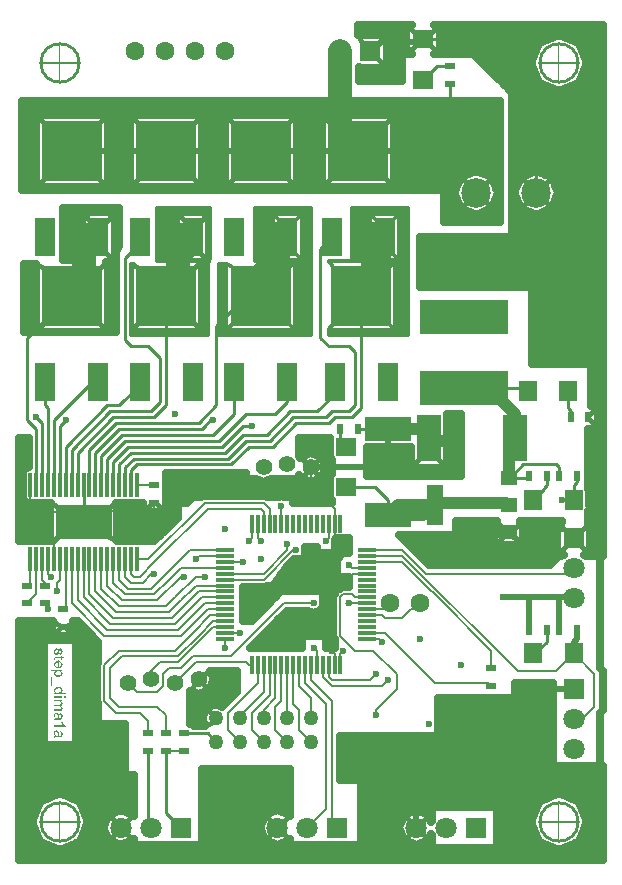
<source format=gtl>
G04*
G04  File:            STEP_DIMA1A.GTL, Tue Jun 22 15:40:13 2021*
G04  Source:          P-CAD 2004 PCB, Version 18.04.615, (D:\proj\velograph\snail\pcb\step_dima1a.pcb)*
G04  Format:          Gerber Format (RS-274-D), ASCII*
G04*
G04  Format Options:  Absolute Positioning*
G04                   Leading-Zero Suppression*
G04                   Scale Factor 1:1*
G04                   NO Circular Interpolation*
G04                   Millimeter Units*
G04                   Numeric Format: 5.3 (XXXXX.XXX)*
G04                   G54 NOT Used for Aperture Change*
G04                   Apertures Embedded*
G04*
G04  File Options:    Offset = (0.000mm,0.000mm)*
G04                   Drill Symbol Size = 0.000mm*
G04                   Pad/Via Holes*
G04*
G04  File Contents:   Pads*
G04                   Vias*
G04                   No Designators*
G04                   No Types*
G04                   No Values*
G04                   No Drill Symbols*
G04                   Top*
G04*
%INSTEP_DIMA1A.GTL*%
%ICAS*%
%MOMM*%
G04*
G04  Aperture MACROs for general use --- invoked via D-code assignment *
G04*
G04  General MACRO for flashed round with rotation and/or offset hole *
%AMROTOFFROUND*
1,1,$1,0.0000,0.0000*
1,0,$2,$3,$4*%
G04*
G04  General MACRO for flashed oval (obround) with rotation and/or offset hole *
%AMROTOFFOVAL*
21,1,$1,$2,0.0000,0.0000,$3*
1,1,$4,$5,$6*
1,1,$4,0-$5,0-$6*
1,0,$7,$8,$9*%
G04*
G04  General MACRO for flashed oval (obround) with rotation and no hole *
%AMROTOVALNOHOLE*
21,1,$1,$2,0.0000,0.0000,$3*
1,1,$4,$5,$6*
1,1,$4,0-$5,0-$6*%
G04*
G04  General MACRO for flashed rectangle with rotation and/or offset hole *
%AMROTOFFRECT*
21,1,$1,$2,0.0000,0.0000,$3*
1,0,$4,$5,$6*%
G04*
G04  General MACRO for flashed rectangle with rotation and no hole *
%AMROTRECTNOHOLE*
21,1,$1,$2,0.0000,0.0000,$3*%
G04*
G04  General MACRO for flashed rounded-rectangle *
%AMROUNDRECT*
21,1,$1,$2-$4,0.0000,0.0000,$3*
21,1,$1-$4,$2,0.0000,0.0000,$3*
1,1,$4,$5,$6*
1,1,$4,$7,$8*
1,1,$4,0-$5,0-$6*
1,1,$4,0-$7,0-$8*
1,0,$9,$10,$11*%
G04*
G04  General MACRO for flashed rounded-rectangle with rotation and no hole *
%AMROUNDRECTNOHOLE*
21,1,$1,$2-$4,0.0000,0.0000,$3*
21,1,$1-$4,$2,0.0000,0.0000,$3*
1,1,$4,$5,$6*
1,1,$4,$7,$8*
1,1,$4,0-$5,0-$6*
1,1,$4,0-$7,0-$8*%
G04*
G04  General MACRO for flashed regular polygon *
%AMREGPOLY*
5,1,$1,0.0000,0.0000,$2,$3+$4*
1,0,$5,$6,$7*%
G04*
G04  General MACRO for flashed regular polygon with no hole *
%AMREGPOLYNOHOLE*
5,1,$1,0.0000,0.0000,$2,$3+$4*%
G04*
G04  General MACRO for target *
%AMTARGET*
6,0,0,$1,$2,$3,4,$4,$5,$6*%
G04*
G04  General MACRO for mounting hole *
%AMMTHOLE*
1,1,$1,0,0*
1,0,$2,0,0*
$1=$1-$2*
$1=$1/2*
21,1,$2+$1,$3,0,0,$4*
21,1,$3,$2+$1,0,0,$4*%
G04*
G04*
G04  D10 : "Ellipse X0.254mm Y0.254mm H0.000mm 0.0deg (0.000mm,0.000mm) Draw"*
G04  Disc: OuterDia=0.2540*
%ADD10C, 0.2540*%
G04  D11 : "Ellipse X0.025mm Y0.025mm H0.000mm 0.0deg (0.000mm,0.000mm) Draw"*
G04  Disc: OuterDia=0.0254*
%ADD11C, 0.0254*%
G04  D12 : "Ellipse X0.300mm Y0.300mm H0.000mm 0.0deg (0.000mm,0.000mm) Draw"*
G04  Disc: OuterDia=0.3000*
%ADD12C, 0.3000*%
G04  D13 : "Ellipse X0.305mm Y0.305mm H0.000mm 0.0deg (0.000mm,0.000mm) Draw"*
G04  Disc: OuterDia=0.3048*
%ADD13C, 0.3048*%
G04  D14 : "Ellipse X0.310mm Y0.310mm H0.000mm 0.0deg (0.000mm,0.000mm) Draw"*
G04  Disc: OuterDia=0.3100*
%ADD14C, 0.3100*%
G04  D15 : "Ellipse X0.350mm Y0.350mm H0.000mm 0.0deg (0.000mm,0.000mm) Draw"*
G04  Disc: OuterDia=0.3500*
%ADD15C, 0.3500*%
G04  D16 : "Ellipse X0.381mm Y0.381mm H0.000mm 0.0deg (0.000mm,0.000mm) Draw"*
G04  Disc: OuterDia=0.3810*
%ADD16C, 0.3810*%
G04  D17 : "Ellipse X0.500mm Y0.500mm H0.000mm 0.0deg (0.000mm,0.000mm) Draw"*
G04  Disc: OuterDia=0.5000*
%ADD17C, 0.5000*%
G04  D18 : "Ellipse X0.064mm Y0.064mm H0.000mm 0.0deg (0.000mm,0.000mm) Draw"*
G04  Disc: OuterDia=0.0635*
%ADD18C, 0.0635*%
G04  D19 : "Ellipse X0.635mm Y0.635mm H0.000mm 0.0deg (0.000mm,0.000mm) Draw"*
G04  Disc: OuterDia=0.6350*
%ADD19C, 0.6350*%
G04  D20 : "Ellipse X0.700mm Y0.700mm H0.000mm 0.0deg (0.000mm,0.000mm) Draw"*
G04  Disc: OuterDia=0.7000*
%ADD20C, 0.7000*%
G04  D21 : "Ellipse X0.076mm Y0.076mm H0.000mm 0.0deg (0.000mm,0.000mm) Draw"*
G04  Disc: OuterDia=0.0762*
%ADD21C, 0.0762*%
G04  D22 : "Ellipse X0.100mm Y0.100mm H0.000mm 0.0deg (0.000mm,0.000mm) Draw"*
G04  Disc: OuterDia=0.1000*
%ADD22C, 0.1000*%
G04  D23 : "Ellipse X1.000mm Y1.000mm H0.000mm 0.0deg (0.000mm,0.000mm) Draw"*
G04  Disc: OuterDia=1.0000*
%ADD23C, 1.0000*%
G04  D24 : "Ellipse X0.102mm Y0.102mm H0.000mm 0.0deg (0.000mm,0.000mm) Draw"*
G04  Disc: OuterDia=0.1016*
%ADD24C, 0.1016*%
G04  D25 : "Ellipse X0.127mm Y0.127mm H0.000mm 0.0deg (0.000mm,0.000mm) Draw"*
G04  Disc: OuterDia=0.1270*
%ADD25C, 0.1270*%
G04  D26 : "Ellipse X1.300mm Y1.300mm H0.000mm 0.0deg (0.000mm,0.000mm) Draw"*
G04  Disc: OuterDia=1.3000*
%ADD26C, 1.3000*%
G04  D27 : "Ellipse X1.500mm Y1.500mm H0.000mm 0.0deg (0.000mm,0.000mm) Draw"*
G04  Disc: OuterDia=1.5000*
%ADD27C, 1.5000*%
G04  D28 : "Ellipse X0.200mm Y0.200mm H0.000mm 0.0deg (0.000mm,0.000mm) Draw"*
G04  Disc: OuterDia=0.2000*
%ADD28C, 0.2000*%
G04  D29 : "Ellipse X2.000mm Y2.000mm H0.000mm 0.0deg (0.000mm,0.000mm) Draw"*
G04  Disc: OuterDia=2.0000*
%ADD29C, 2.0000*%
G04  D30 : "Ellipse X0.203mm Y0.203mm H0.000mm 0.0deg (0.000mm,0.000mm) Draw"*
G04  Disc: OuterDia=0.2032*
%ADD30C, 0.2032*%
G04  D31 : "Ellipse X0.250mm Y0.250mm H0.000mm 0.0deg (0.000mm,0.000mm) Draw"*
G04  Disc: OuterDia=0.2500*
%ADD31C, 0.2500*%
G04  D32 : "Ellipse X2.602mm Y2.602mm H0.000mm 0.0deg (0.000mm,0.000mm) Flash"*
G04  Disc: OuterDia=2.6020*
%ADD32C, 2.6020*%
G04  D33 : "Ellipse X3.602mm Y3.602mm H0.000mm 0.0deg (0.000mm,0.000mm) Flash"*
G04  Disc: OuterDia=3.6020*
%ADD33C, 3.6020*%
G04  D34 : "Ellipse X1.270mm Y1.270mm H0.000mm 0.0deg (0.000mm,0.000mm) Flash"*
G04  Disc: OuterDia=1.2700*
%ADD34C, 1.2700*%
G04  D35 : "Ellipse X1.372mm Y1.372mm H0.000mm 0.0deg (0.000mm,0.000mm) Flash"*
G04  Disc: OuterDia=1.3720*
%ADD35C, 1.3720*%
G04  D36 : "Ellipse X1.400mm Y1.400mm H0.000mm 0.0deg (0.000mm,0.000mm) Flash"*
G04  Disc: OuterDia=1.4000*
%ADD36C, 1.4000*%
G04  D37 : "Ellipse X1.502mm Y1.502mm H0.000mm 0.0deg (0.000mm,0.000mm) Flash"*
G04  Disc: OuterDia=1.5020*
%ADD37C, 1.5020*%
G04  D38 : "Ellipse X1.600mm Y1.600mm H0.000mm 0.0deg (0.000mm,0.000mm) Flash"*
G04  Disc: OuterDia=1.6000*
%ADD38C, 1.6000*%
G04  D39 : "Ellipse X1.702mm Y1.702mm H0.000mm 0.0deg (0.000mm,0.000mm) Flash"*
G04  Disc: OuterDia=1.7020*
%ADD39C, 1.7020*%
G04  D40 : "Ellipse X1.800mm Y1.800mm H0.000mm 0.0deg (0.000mm,0.000mm) Flash"*
G04  Disc: OuterDia=1.8000*
%ADD40C, 1.8000*%
G04  D41 : "Ellipse X1.902mm Y1.902mm H0.000mm 0.0deg (0.000mm,0.000mm) Flash"*
G04  Disc: OuterDia=1.9020*
%ADD41C, 1.9020*%
G04  D42 : "Ellipse X2.500mm Y2.500mm H0.000mm 0.0deg (0.000mm,0.000mm) Flash"*
G04  Disc: OuterDia=2.5000*
%ADD42C, 2.5000*%
G04  D43 : "Mounting Hole X3.500mm Y3.500mm H0.000mm 0.0deg (0.000mm,0.000mm) Flash"*
G04  Mounting Hole: Diameter=3.5000, Rotation=0.0, LineWidth=0.1270 *
%ADD43MTHOLE, 3.5000 X2.9920 X0.1270 X0.0*%
G04  D44 : "Rectangle X0.300mm Y1.500mm H0.000mm 0.0deg (0.000mm,0.000mm) Flash"*
G04  Rectangular: DimX=0.3000, DimY=1.5000, Rotation=0.0, OffsetX=0.0000, OffsetY=0.0000, HoleDia=0.0000 *
%ADD44R, 0.3000 X1.5000*%
G04  D45 : "Rectangle X1.500mm Y0.300mm H0.000mm 0.0deg (0.000mm,0.000mm) Flash"*
G04  Rectangular: DimX=1.5000, DimY=0.3000, Rotation=0.0, OffsetX=0.0000, OffsetY=0.0000, HoleDia=0.0000 *
%ADD45R, 1.5000 X0.3000*%
G04  D46 : "Rectangle X4.600mm Y2.800mm H0.000mm 0.0deg (0.000mm,0.000mm) Flash"*
G04  Rectangular: DimX=4.6000, DimY=2.8000, Rotation=0.0, OffsetX=0.0000, OffsetY=0.0000, HoleDia=0.0000 *
%ADD46R, 4.6000 X2.8000*%
G04  D47 : "Rectangle X4.700mm Y2.900mm H0.000mm 0.0deg (0.000mm,0.000mm) Flash"*
G04  Rectangular: DimX=4.7000, DimY=2.9000, Rotation=0.0, OffsetX=0.0000, OffsetY=0.0000, HoleDia=0.0000 *
%ADD47R, 4.7000 X2.9000*%
G04  D48 : "Rectangle X4.800mm Y3.000mm H0.000mm 0.0deg (0.000mm,0.000mm) Flash"*
G04  Rectangular: DimX=4.8000, DimY=3.0000, Rotation=0.0, OffsetX=0.0000, OffsetY=0.0000, HoleDia=0.0000 *
%ADD48R, 4.8000 X3.0000*%
G04  D49 : "Rectangle X7.500mm Y3.000mm H0.000mm 0.0deg (0.000mm,0.000mm) Flash"*
G04  Rectangular: DimX=7.5000, DimY=3.0000, Rotation=0.0, OffsetX=0.0000, OffsetY=0.0000, HoleDia=0.0000 *
%ADD49R, 7.5000 X3.0000*%
G04  D50 : "Rectangle X7.602mm Y3.102mm H0.000mm 0.0deg (0.000mm,0.000mm) Flash"*
G04  Rectangular: DimX=7.6020, DimY=3.1020, Rotation=0.0, OffsetX=0.0000, OffsetY=0.0000, HoleDia=0.0000 *
%ADD50R, 7.6020 X3.1020*%
G04  D51 : "Rectangle X1.400mm Y3.500mm H0.000mm 0.0deg (0.000mm,0.000mm) Flash"*
G04  Rectangular: DimX=1.4000, DimY=3.5000, Rotation=0.0, OffsetX=0.0000, OffsetY=0.0000, HoleDia=0.0000 *
%ADD51R, 1.4000 X3.5000*%
G04  D52 : "Rectangle X1.502mm Y3.602mm H0.000mm 0.0deg (0.000mm,0.000mm) Flash"*
G04  Rectangular: DimX=1.5020, DimY=3.6020, Rotation=0.0, OffsetX=0.0000, OffsetY=0.0000, HoleDia=0.0000 *
%ADD52R, 1.5020 X3.6020*%
G04  D53 : "Rectangle X0.402mm Y1.602mm H0.000mm 0.0deg (0.000mm,0.000mm) Flash"*
G04  Rectangular: DimX=0.4020, DimY=1.6020, Rotation=0.0, OffsetX=0.0000, OffsetY=0.0000, HoleDia=0.0000 *
%ADD53R, 0.4020 X1.6020*%
G04  D54 : "Rectangle X1.602mm Y0.402mm H0.000mm 0.0deg (0.000mm,0.000mm) Flash"*
G04  Rectangular: DimX=1.6020, DimY=0.4020, Rotation=0.0, OffsetX=0.0000, OffsetY=0.0000, HoleDia=0.0000 *
%ADD54R, 1.6020 X0.4020*%
G04  D55 : "Rectangle X5.080mm Y5.080mm H0.000mm 0.0deg (0.000mm,0.000mm) Flash"*
G04  Square: Side=5.0800, Rotation=0.0, OffsetX=0.0000, OffsetY=0.0000, HoleDia=0.0000*
%ADD55R, 5.0800 X5.0800*%
G04  D56 : "Rectangle X5.182mm Y5.182mm H0.000mm 0.0deg (0.000mm,0.000mm) Flash"*
G04  Square: Side=5.1820, Rotation=0.0, OffsetX=0.0000, OffsetY=0.0000, HoleDia=0.0000*
%ADD56R, 5.1820 X5.1820*%
G04  D57 : "Rectangle X0.600mm Y0.900mm H0.000mm 0.0deg (0.000mm,0.000mm) Flash"*
G04  Rectangular: DimX=0.6000, DimY=0.9000, Rotation=0.0, OffsetX=0.0000, OffsetY=0.0000, HoleDia=0.0000 *
%ADD57R, 0.6000 X0.9000*%
G04  D58 : "Rectangle X0.900mm Y0.600mm H0.000mm 0.0deg (0.000mm,0.000mm) Flash"*
G04  Rectangular: DimX=0.9000, DimY=0.6000, Rotation=0.0, OffsetX=0.0000, OffsetY=0.0000, HoleDia=0.0000 *
%ADD58R, 0.9000 X0.6000*%
G04  D59 : "Rectangle X0.650mm Y1.310mm H0.000mm 0.0deg (0.000mm,0.000mm) Flash"*
G04  Rectangular: DimX=0.6500, DimY=1.3100, Rotation=0.0, OffsetX=0.0000, OffsetY=0.0000, HoleDia=0.0000 *
%ADD59R, 0.6500 X1.3100*%
G04  D60 : "Rectangle X0.702mm Y1.002mm H0.000mm 0.0deg (0.000mm,0.000mm) Flash"*
G04  Rectangular: DimX=0.7020, DimY=1.0020, Rotation=0.0, OffsetX=0.0000, OffsetY=0.0000, HoleDia=0.0000 *
%ADD60R, 0.7020 X1.0020*%
G04  D61 : "Rectangle X1.002mm Y0.702mm H0.000mm 0.0deg (0.000mm,0.000mm) Flash"*
G04  Rectangular: DimX=1.0020, DimY=0.7020, Rotation=0.0, OffsetX=0.0000, OffsetY=0.0000, HoleDia=0.0000 *
%ADD61R, 1.0020 X0.7020*%
G04  D62 : "Rectangle X0.752mm Y1.412mm H0.000mm 0.0deg (0.000mm,0.000mm) Flash"*
G04  Rectangular: DimX=0.7520, DimY=1.4120, Rotation=0.0, OffsetX=0.0000, OffsetY=0.0000, HoleDia=0.0000 *
%ADD62R, 0.7520 X1.4120*%
G04  D63 : "Rectangle X1.220mm Y0.910mm H0.000mm 0.0deg (0.000mm,0.000mm) Flash"*
G04  Rectangular: DimX=1.2200, DimY=0.9100, Rotation=0.0, OffsetX=0.0000, OffsetY=0.0000, HoleDia=0.0000 *
%ADD63R, 1.2200 X0.9100*%
G04  D64 : "Rectangle X0.950mm Y1.100mm H0.000mm 0.0deg (0.000mm,0.000mm) Flash"*
G04  Rectangular: DimX=0.9500, DimY=1.1000, Rotation=0.0, OffsetX=0.0000, OffsetY=0.0000, HoleDia=0.0000 *
%ADD64R, 0.9500 X1.1000*%
G04  D65 : "Rectangle X1.322mm Y1.012mm H0.000mm 0.0deg (0.000mm,0.000mm) Flash"*
G04  Rectangular: DimX=1.3220, DimY=1.0120, Rotation=0.0, OffsetX=0.0000, OffsetY=0.0000, HoleDia=0.0000 *
%ADD65R, 1.3220 X1.0120*%
G04  D66 : "Rectangle X1.052mm Y1.202mm H0.000mm 0.0deg (0.000mm,0.000mm) Flash"*
G04  Rectangular: DimX=1.0520, DimY=1.2020, Rotation=0.0, OffsetX=0.0000, OffsetY=0.0000, HoleDia=0.0000 *
%ADD66R, 1.0520 X1.2020*%
G04  D67 : "Rectangle X1.600mm Y1.100mm H0.000mm 0.0deg (0.000mm,0.000mm) Flash"*
G04  Rectangular: DimX=1.6000, DimY=1.1000, Rotation=0.0, OffsetX=0.0000, OffsetY=0.0000, HoleDia=0.0000 *
%ADD67R, 1.6000 X1.1000*%
G04  D68 : "Rectangle X1.400mm Y1.200mm H0.000mm 0.0deg (0.000mm,0.000mm) Flash"*
G04  Rectangular: DimX=1.4000, DimY=1.2000, Rotation=0.0, OffsetX=0.0000, OffsetY=0.0000, HoleDia=0.0000 *
%ADD68R, 1.4000 X1.2000*%
G04  D69 : "Rectangle X1.702mm Y1.202mm H0.000mm 0.0deg (0.000mm,0.000mm) Flash"*
G04  Rectangular: DimX=1.7020, DimY=1.2020, Rotation=0.0, OffsetX=0.0000, OffsetY=0.0000, HoleDia=0.0000 *
%ADD69R, 1.7020 X1.2020*%
G04  D70 : "Rectangle X1.502mm Y1.302mm H0.000mm 0.0deg (0.000mm,0.000mm) Flash"*
G04  Rectangular: DimX=1.5020, DimY=1.3020, Rotation=0.0, OffsetX=0.0000, OffsetY=0.0000, HoleDia=0.0000 *
%ADD70R, 1.5020 X1.3020*%
G04  D71 : "Rectangle X1.500mm Y1.800mm H0.000mm 0.0deg (0.000mm,0.000mm) Flash"*
G04  Rectangular: DimX=1.5000, DimY=1.8000, Rotation=0.0, OffsetX=0.0000, OffsetY=0.0000, HoleDia=0.0000 *
%ADD71R, 1.5000 X1.8000*%
G04  D72 : "Rectangle X1.800mm Y1.500mm H0.000mm 0.0deg (0.000mm,0.000mm) Flash"*
G04  Rectangular: DimX=1.8000, DimY=1.5000, Rotation=0.0, OffsetX=0.0000, OffsetY=0.0000, HoleDia=0.0000 *
%ADD72R, 1.8000 X1.5000*%
G04  D73 : "Rectangle X1.600mm Y1.350mm H0.000mm 0.0deg (0.000mm,0.000mm) Flash"*
G04  Rectangular: DimX=1.6000, DimY=1.3500, Rotation=0.0, OffsetX=0.0000, OffsetY=0.0000, HoleDia=0.0000 *
%ADD73R, 1.6000 X1.3500*%
G04  D74 : "Rectangle X1.602mm Y1.902mm H0.000mm 0.0deg (0.000mm,0.000mm) Flash"*
G04  Rectangular: DimX=1.6020, DimY=1.9020, Rotation=0.0, OffsetX=0.0000, OffsetY=0.0000, HoleDia=0.0000 *
%ADD74R, 1.6020 X1.9020*%
G04  D75 : "Rectangle X1.902mm Y1.602mm H0.000mm 0.0deg (0.000mm,0.000mm) Flash"*
G04  Rectangular: DimX=1.9020, DimY=1.6020, Rotation=0.0, OffsetX=0.0000, OffsetY=0.0000, HoleDia=0.0000 *
%ADD75R, 1.9020 X1.6020*%
G04  D76 : "Rectangle X1.702mm Y1.452mm H0.000mm 0.0deg (0.000mm,0.000mm) Flash"*
G04  Rectangular: DimX=1.7020, DimY=1.4520, Rotation=0.0, OffsetX=0.0000, OffsetY=0.0000, HoleDia=0.0000 *
%ADD76R, 1.7020 X1.4520*%
G04  D77 : "Rectangle X1.778mm Y3.175mm H0.000mm 0.0deg (0.000mm,0.000mm) Flash"*
G04  Rectangular: DimX=1.7780, DimY=3.1750, Rotation=0.0, OffsetX=0.0000, OffsetY=0.0000, HoleDia=0.0000 *
%ADD77R, 1.7780 X3.1750*%
G04  D78 : "Rectangle X1.800mm Y1.800mm H0.000mm 0.0deg (0.000mm,0.000mm) Flash"*
G04  Square: Side=1.8000, Rotation=0.0, OffsetX=0.0000, OffsetY=0.0000, HoleDia=0.0000*
%ADD78R, 1.8000 X1.8000*%
G04  D79 : "Rectangle X1.880mm Y3.277mm H0.000mm 0.0deg (0.000mm,0.000mm) Flash"*
G04  Rectangular: DimX=1.8800, DimY=3.2770, Rotation=0.0, OffsetX=0.0000, OffsetY=0.0000, HoleDia=0.0000 *
%ADD79R, 1.8800 X3.2770*%
G04  D80 : "Rectangle X0.200mm Y1.900mm H0.000mm 0.0deg (0.000mm,0.000mm) Flash"*
G04  Rectangular: DimX=0.2000, DimY=1.9000, Rotation=0.0, OffsetX=0.0000, OffsetY=0.0000, HoleDia=0.0000 *
%ADD80R, 0.2000 X1.9000*%
G04  D81 : "Rectangle X1.902mm Y1.902mm H0.000mm 0.0deg (0.000mm,0.000mm) Flash"*
G04  Square: Side=1.9020, Rotation=0.0, OffsetX=0.0000, OffsetY=0.0000, HoleDia=0.0000*
%ADD81R, 1.9020 X1.9020*%
G04  D82 : "Rectangle X0.300mm Y2.000mm H0.000mm 0.0deg (0.000mm,0.000mm) Flash"*
G04  Rectangular: DimX=0.3000, DimY=2.0000, Rotation=0.0, OffsetX=0.0000, OffsetY=0.0000, HoleDia=0.0000 *
%ADD82R, 0.3000 X2.0000*%
G04  D83 : "Rectangle X2.000mm Y4.000mm H0.000mm 0.0deg (0.000mm,0.000mm) Flash"*
G04  Rectangular: DimX=2.0000, DimY=4.0000, Rotation=0.0, OffsetX=0.0000, OffsetY=0.0000, HoleDia=0.0000 *
%ADD83R, 2.0000 X4.0000*%
G04  D84 : "Rectangle X4.000mm Y2.000mm H0.000mm 0.0deg (0.000mm,0.000mm) Flash"*
G04  Rectangular: DimX=4.0000, DimY=2.0000, Rotation=0.0, OffsetX=0.0000, OffsetY=0.0000, HoleDia=0.0000 *
%ADD84R, 4.0000 X2.0000*%
G04  D85 : "Rectangle X0.400mm Y2.100mm H0.000mm 0.0deg (0.000mm,0.000mm) Flash"*
G04  Rectangular: DimX=0.4000, DimY=2.1000, Rotation=0.0, OffsetX=0.0000, OffsetY=0.0000, HoleDia=0.0000 *
%ADD85R, 0.4000 X2.1000*%
G04  D86 : "Rectangle X2.102mm Y4.102mm H0.000mm 0.0deg (0.000mm,0.000mm) Flash"*
G04  Rectangular: DimX=2.1020, DimY=4.1020, Rotation=0.0, OffsetX=0.0000, OffsetY=0.0000, HoleDia=0.0000 *
%ADD86R, 2.1020 X4.1020*%
G04  D87 : "Rectangle X4.102mm Y2.102mm H0.000mm 0.0deg (0.000mm,0.000mm) Flash"*
G04  Rectangular: DimX=4.1020, DimY=2.1020, Rotation=0.0, OffsetX=0.0000, OffsetY=0.0000, HoleDia=0.0000 *
%ADD87R, 4.1020 X2.1020*%
G04  D88 : "Ellipse X0.600mm Y0.600mm H0.000mm 0.0deg (0.000mm,0.000mm) Flash"*
G04  Disc: OuterDia=0.6000*
%ADD88C, 0.6000*%
G04  D89 : "Ellipse X0.702mm Y0.702mm H0.000mm 0.0deg (0.000mm,0.000mm) Flash"*
G04  Disc: OuterDia=0.7020*
%ADD89C, 0.7020*%
G04*
%FSLAX53Y53*%
%SFA1B1*%
%OFA0.000B0.000*%
G04*
G71*
G90*
G01*
D2*
%LNTop*%
D28*
X387750Y379750*
X388500Y379000D1*
X388250Y378500D2*
X388000Y378750D1*
X387250Y379500D2*
X388000Y378750D1*
X388250Y378500*
X386000Y388500D2*
X388000Y386500D1*
X387750Y386000D2*
X385500Y388250D1*
X385000Y388000D2*
X387500Y385500D1*
X384500Y387750D2*
X387250Y385000D1*
X382500Y387250D2*
Y387500D1*
X382250Y387750*
X383750Y387250D2*
X384000Y387500D1*
D2*
D31*
X383750Y385750*
X384500D1*
D2*
D28*
X387250Y382500*
X388500Y383750D1*
X387250Y382250D2*
Y382500D1*
X388500Y391500D2*
Y389750D1*
X388000Y391500D2*
Y389500D1*
X387500Y391500D2*
Y389250D1*
X387000Y391500D2*
Y389000D1*
X386500Y391500D2*
Y388750D1*
X383000Y391500D2*
Y392750D1*
X384850Y394600*
X385500*
X382500Y391500D2*
Y390250D1*
X382750Y390000*
X382000Y391500D2*
Y389750D1*
X382250Y389500*
Y389250*
X383500Y391500D2*
Y389750D1*
X383250Y389500*
Y388750*
X387000Y395750D2*
X385750Y394500D1*
X385500Y394750*
Y394600*
D2*
D31*
Y394750*
Y394600D1*
D2*
D28*
X384600Y395500*
X385500Y394600D1*
X388250Y395500D2*
X387000Y395750D1*
X381750Y395500D2*
X382500D1*
X384600*
D2*
D31*
X381500Y400000*
Y401000D1*
Y402500*
X382000Y403000D2*
X381500Y403500D1*
X382000Y400750D2*
Y403000D1*
X381500Y397800D2*
Y400000D1*
X383000Y397800D2*
Y403250D1*
X382000Y397800D2*
Y400750D1*
X385000Y397800D2*
Y399500D1*
X386000Y397800D2*
Y399750D1*
X387500Y397800D2*
Y399000D1*
X384000Y397800D2*
Y400000D1*
X384500Y397800D2*
Y399750D1*
X386500Y397800D2*
Y399500D1*
X387000Y397800D2*
Y399250D1*
X387500Y399500D2*
Y400000D1*
Y399000D2*
Y400000D1*
X387000Y399750D2*
Y400250D1*
Y399250D2*
Y400250D1*
X386500Y400000D2*
Y400500D1*
Y399500D2*
Y400500D1*
X386000D2*
Y400750D1*
X388250Y403000*
X386000Y399750D2*
Y400750D1*
X388250Y403500D2*
X388000D1*
X385000Y400500*
Y400000*
Y399500D2*
Y400000D1*
Y400500*
X384500D2*
Y400750D1*
Y399750D2*
Y400750D1*
X384000Y400500D2*
Y401000D1*
Y400000D2*
Y401000D1*
X388000Y397800D2*
Y399750D1*
X383500Y402750D2*
X384000Y403250D1*
X383500Y397800D2*
Y400250D1*
Y402750*
X382500Y404250D2*
X382250Y404500D1*
X386250Y406500D2*
X386750D1*
D2*
D17*
X386250D1*
D2*
D31*
X382250Y404500*
Y406500D1*
X381750Y417750D2*
Y418250D1*
X382250Y418750*
X384302Y413802D2*
X384496D1*
D2*
D29*
X385500Y415250*
X384500Y414250D1*
Y413750D2*
X384496Y413754D1*
Y413802*
X384500Y414250D2*
Y413806D1*
Y413750*
D2*
D23*
X385500Y414806*
X384500Y413806D1*
X384496Y413802*
X385500Y417500D2*
Y415250D1*
Y414806*
D2*
D29*
Y417500*
Y415250D1*
Y417750D2*
Y417500D1*
D2*
D31*
X391000Y368960*
X391210Y368750D1*
X392500Y370000D2*
X393750Y368750D1*
D2*
D28*
X392250Y380750*
X391750Y380250D1*
X391500*
X390000*
X391750D2*
X391500D1*
X391750Y379000D2*
X392500Y378250D1*
Y376750*
Y375250D2*
X394000D1*
X391000Y377750D2*
X390250Y378500D1*
X391000Y376750D2*
Y377250D1*
Y377750*
D2*
D31*
X394000Y376750*
X396000D1*
D2*
D28*
X393500Y385500*
X395750Y387750D1*
X393750Y385000D2*
X396000Y387250D1*
X393250Y386000D2*
X394750Y387500D1*
X395500Y388250*
X393000Y386500D2*
X394250Y387750D1*
X392750Y387000D2*
X393750Y388000D1*
X392500Y387500D2*
X393250Y388250D1*
Y383750D2*
X394750Y385250D1*
X393500Y383250D2*
X395250Y385000D1*
X389000Y388500D2*
X391500D1*
X388750Y388000D2*
X391750D1*
X393500Y382750D2*
X392000D1*
X391250Y382000*
Y381300*
X392750Y382250D2*
X392250Y381750D1*
X393500Y383250D2*
X388750D1*
X393750Y382250D2*
X394750Y383250D1*
X393750Y382250D2*
X392750D1*
X389250Y389000D2*
X391250D1*
X389500Y391500D2*
Y390250D1*
X389750Y390000*
X389000Y391500D2*
Y390000D1*
X389750D2*
X390250D1*
X390000Y391500D2*
X390750D1*
X391000*
X392750Y389750D2*
X393750Y390750D1*
X392250Y390000D2*
X394500Y392250D1*
X393750Y390000D2*
X394000D1*
X395250Y391750D2*
X395000Y391500D1*
X389000Y390000D2*
X389500Y389500D1*
X389750D2*
X390500D1*
X391250Y390250*
X389500Y389500D2*
X390500D1*
X391250Y390250D2*
X391500D1*
X390250Y390000D2*
X391500Y391250D1*
X396000Y395750*
X391250Y389000D2*
X392250Y390000D1*
X395000Y389250D2*
X394750Y389000D1*
X395000Y389250*
X394750Y389750D2*
X395000Y390000D1*
X395750*
D2*
D31*
X389500Y399000*
X390000Y399500D1*
X389500Y398000D2*
Y399000D1*
X390000Y399500D2*
X391000D1*
X389000Y398500D2*
Y399250D1*
X389750Y400000*
X389000Y398250D2*
Y399250D1*
X389500Y397800D2*
Y398000D1*
X389000Y397800D2*
Y398250D1*
X388750Y402000D2*
X389500D1*
X389750*
X388750D2*
X389500D1*
X389250Y402500D2*
X389500D1*
X395500D2*
X395750Y402750D1*
X395500Y402500D2*
X395750Y402750D1*
X389000Y403500D2*
X391500D1*
X389500Y402500D2*
X395500D1*
X389000Y398500D2*
Y397800D1*
D2*
D28*
X390000*
X391450D1*
X391500Y397750*
D2*
D31*
X390250Y406250*
Y406500D1*
X391000Y409500D2*
X389500D1*
X389000Y410000*
D2*
D17*
X394750Y406500*
X394250D1*
D2*
D31*
X388750Y404750*
X390250Y406250D1*
X392000Y404750D2*
Y408500D1*
X391250Y404000D2*
X391500Y404250D1*
X391000Y409500D2*
X391500Y409000D1*
X392000Y408500*
X391500Y404250D2*
X392000Y404750D1*
X390250Y418250D2*
Y418750D1*
X389000Y417000D2*
X390250Y418250D1*
X392500Y413798D2*
X392496Y413802D1*
D2*
D23*
X394750Y417750*
X393500Y416500D1*
X393250*
Y414556*
X392496Y413802*
D2*
D29*
X393500Y414806*
X393250Y414556D1*
X392496Y413802*
X393500Y416500D2*
Y414806D1*
Y417750D2*
Y416500D1*
D2*
D31*
X392500Y413500*
Y413798D1*
D2*
D28*
X402250Y379500*
X401750Y379000D1*
Y377000*
X402750Y376000*
X401750Y379750D2*
X400750Y378750D1*
Y378000*
X401250Y380000D2*
X399750Y378500D1*
Y377000*
X400750Y376000*
X397750Y377000D2*
X398750Y376000D1*
X397750Y378250D2*
Y378500D1*
Y377000*
Y378500D2*
X398250Y379000D1*
X398750Y378000D2*
Y378500D1*
X399000*
X400750Y380250*
Y380500*
Y380250D2*
Y380500D1*
X403750Y378750D2*
Y377000D1*
X403250Y379250D2*
X403750Y378750D1*
X397500Y386250D2*
X396500D1*
X397500Y388250D2*
X396500D1*
X397500Y385750D2*
X397499Y385750D1*
X397500Y385250D2*
X398750D1*
X397500Y384750D2*
Y384000D1*
X396500Y385750D2*
X397499D1*
X400750Y382500D2*
X400750Y382499D1*
X400250Y381250D2*
Y382500D1*
X398000Y383250D2*
X402500Y387750D1*
X403000*
X399250Y382750D2*
X399500Y382500D1*
X399750*
X397500Y391249D2*
X397500Y391250D1*
X400500Y395750D2*
X400750Y395500D1*
X401250Y395750D2*
Y394500D1*
X400750Y395500D2*
Y394250D1*
X400750Y394250*
Y394500*
X397500Y391250D2*
X399000D1*
X400250Y394500D2*
Y393250D1*
X400500Y393000*
X399750Y394500D2*
Y393250D1*
X399500Y393000*
X402250Y396000D2*
Y394500D1*
X397500Y389750D2*
X400750D1*
Y390250D2*
X402750Y392250D1*
X397500Y390250D2*
X400750D1*
X402750Y392250D2*
Y392750D1*
X400750Y389750D2*
X403250Y392250D1*
X403500*
D2*
D31*
X399250Y401500*
X401250D1*
X403250Y403500*
X399500Y401000D2*
X401500D1*
X403500Y403000*
X397500Y400500D2*
X399000Y402000D1*
X401000*
X397750Y400000D2*
X399250Y401500D1*
X398000Y399500D2*
X399500Y401000D1*
X399000Y402750D2*
X399750D1*
X397250Y401000D2*
X399000Y402750D1*
D2*
D17*
X402500Y406500*
X402750Y406250D1*
Y406000*
Y406250*
Y406500*
D2*
D31*
Y406250*
Y406500D1*
Y406000D2*
Y406250D1*
X396750Y404500D2*
Y411250D1*
X402750Y404750D2*
Y406000D1*
X398250Y418000D2*
Y418750D1*
X399250Y413750D2*
X400500D1*
X400496Y413754*
Y413802*
D2*
D29*
X401750Y416750*
X400496Y415496D1*
D2*
D23*
X402500Y418500*
Y416500D1*
X400496Y414496*
Y413802*
D2*
D29*
Y415496*
Y414496D1*
Y413802*
X401750Y417750D2*
Y416750D1*
D2*
D28*
X406000Y370290*
X404460Y368750D1*
X406500Y369250D2*
X407000Y368750D1*
X406500Y380750D2*
X410750D1*
X410250Y378750D2*
Y378250D1*
X404750Y379750D2*
Y378000D1*
X409500Y387250D2*
X410960D1*
X409500Y386750D2*
X410750D1*
X411000Y386500*
X409500Y384750D2*
X410500D1*
X410750Y384500*
X407250Y382500D2*
Y383500D1*
X407500Y383750*
X406750Y382500D2*
Y383500D1*
X406500Y383750*
X407750Y387750D2*
X408000D1*
X409500*
Y385250D2*
X411000D1*
X406249Y382500D2*
X406250Y382499D1*
Y381500*
X406500Y381250*
X405750Y382500D2*
Y381500D1*
X405250Y382500D2*
Y383750D1*
X405000Y384000*
X409500Y388250D2*
X408500D1*
X408250Y388500*
X407500*
X407250Y388250*
Y385000*
X408500Y383750*
X409906*
X410000*
X404750Y382500D2*
Y381250D1*
X406500D2*
X409750D1*
X410250Y381750*
X406750Y393250D2*
X407000Y393000D1*
X406249Y394500D2*
X406250Y394499D1*
Y393250*
X406000Y393000*
X409500Y390750D2*
X408250D1*
X408000Y391000*
X409500Y390250D2*
X408250D1*
X408000Y390000*
D2*
D31*
X411250Y395250*
Y395210D1*
D2*
D28*
X409500Y391249*
X409500Y391250D1*
D2*
D23*
X410750Y395250*
X410790Y395210D1*
D2*
D28*
X406750Y393250*
Y394500D1*
Y395750*
X409500Y391250D2*
X410750D1*
D2*
D31*
X406250Y403000*
X406750Y403500D1*
X408250*
X408750Y402500D2*
X411240D1*
X411250Y402510*
X407250Y402500D2*
Y401500D1*
X407750Y401000*
Y397596D2*
X410153D1*
X411250Y396500*
D2*
D17*
X404750Y399250*
X410000D1*
D2*
D28*
X404750Y397750*
Y399250D1*
D2*
D31*
X406250Y409500*
X405500Y410250D1*
X408000Y404000D2*
X408500Y404500D1*
Y409000D2*
X408000Y409500D1*
X409000Y409250D2*
X408996Y409254D1*
X408500Y404500D2*
Y409000D1*
X409000Y404250D2*
Y409250D1*
X406500Y404000D2*
X408000D1*
X406750Y405500D2*
Y406500D1*
X408000Y409500D2*
X406250D1*
X405250Y404000D2*
X406750Y405500D1*
X405500Y417750D2*
X406500Y418750D1*
X408996Y413802D2*
X409048Y413750D1*
X409250*
D2*
D29*
X410000Y414806*
X408996Y413802D1*
D2*
D23*
Y414746*
Y413802D1*
D2*
D29*
X410000Y415750*
Y414806D1*
D2*
D23*
Y415750*
X408996Y414746D1*
D2*
D29*
X410000Y417750*
Y415750D1*
X407210Y430290D2*
X407250Y430250D1*
D2*
D31*
X409750Y434500*
X410000D1*
X410750Y435250*
D2*
D17*
X413670Y368750*
Y371920D1*
D2*
D28*
X412500Y386500*
X413250Y387250D1*
X413500*
X414000Y387750*
X412000Y381656D2*
Y381750D1*
D2*
D23*
X412500Y395250*
X414250D1*
D2*
D28*
X412500Y391250*
X414750Y389000D1*
X412250Y391750D2*
X412500D1*
Y392250D2*
X414500Y390250D1*
D2*
D17*
X413500Y402500*
X413490Y402510D1*
D2*
D23*
X413980*
X414740Y401750D1*
X413490Y402510D2*
X413980D1*
X416250Y401500D2*
X414750D1*
X414740Y401510*
Y401750*
D2*
D17*
X417250Y406250*
X417750Y406000D1*
X415000Y406250D2*
X417250D1*
X418000Y411750D2*
X417750Y412000D1*
X412500Y425750D2*
X412198Y426052D1*
D2*
D31*
X415500Y425750*
X412750D1*
X412500*
X415750Y433250D2*
X415403D1*
X414250Y432096*
X416000Y433250D2*
X415750D1*
X416500D2*
X416000D1*
X413000Y435250D2*
X414250Y435500D1*
D2*
D17*
X425750Y385500*
Y388250D1*
X423250Y385500D2*
Y388250D1*
X425750D2*
X423250D1*
X421000*
D2*
D31*
X424750Y385500*
Y384500D1*
X423750Y383500*
X423596*
D2*
D28*
X422250Y382000*
X425500D1*
X420000Y383750D2*
Y382250D1*
D2*
D23*
X419750Y393750*
X421500D1*
D2*
D17*
X422000Y393250*
X421500Y393750D1*
X420000Y391250D2*
X420250Y391500D1*
D2*
D20*
X419500Y393500*
X419750Y393750D1*
D2*
D23*
X422040Y401750*
Y402540D1*
Y401750D2*
X421500Y401210D1*
Y398350*
X422040Y402540D2*
Y401750D1*
X421500Y398350D2*
X421600Y398250D1*
X422000Y401790D2*
X422040Y401750D1*
D2*
D17*
X422250Y400750*
X422040Y400960D1*
Y401750*
D2*
D23*
X422250Y401540D1*
X422540Y401250*
D2*
D17*
X422250Y402500*
Y401540D1*
Y400750*
D2*
D31*
X423100Y398350*
X423250Y398500D1*
X424750D2*
Y397750D1*
X424500Y397500*
Y397403*
X423596Y396500*
X421600Y398350D2*
X422750Y399500D1*
X425500*
X425750Y399250*
Y398500*
X421600Y398350D2*
X421500D1*
X421600*
X423100*
X423096Y405750D2*
X422846Y406000D1*
X419750*
X426500Y405750D2*
Y404250D1*
D2*
D28*
X428750Y379000*
X427710Y377960D1*
X427000*
D2*
D20*
X429500Y378750*
X429250Y378500D1*
D2*
D17*
X427250Y385500*
Y384750D1*
X427000Y384500*
Y383500*
D2*
D28*
X428750Y381750D1*
D2*
D20*
X429250Y382250*
X429500Y382000D1*
D2*
D31*
X428250Y403500*
X429250Y402250D1*
X427000Y396500D2*
Y397750D1*
X427250Y398000*
Y398500*
X380750Y403250D2*
Y410250D1*
D2*
D28*
X387000Y389000*
X388500Y387500D1*
X386500Y388750D2*
X388250Y387000D1*
X386000Y391500D2*
Y388500D1*
X385500Y388250D2*
Y391500D1*
X385000D2*
Y388000D1*
X384500Y391500D2*
Y387750D1*
X381500Y391500D2*
Y388500D1*
X384000Y387500D2*
Y391500D1*
D2*
D31*
X385500Y397800*
Y394750D1*
D2*
D28*
X387750Y382250*
Y379750D1*
X387250Y379500D2*
Y382250D1*
D2*
D10*
D31*
X384500Y400750*
X387750Y404000D1*
X384000Y401000D2*
X387500Y404500D1*
X383000Y403250D2*
X386250Y406500D1*
D2*
D23*
X386750Y418750*
X385500Y417500D1*
D2*
D29*
Y419000*
Y417750D1*
D2*
D28*
X394250Y387750*
X395250Y388750D1*
X391750Y388000D2*
X393750Y390000D1*
X391000Y391500D2*
X395750Y396250D1*
X391500Y388500D2*
X392750Y389750D1*
X391500Y396250D2*
Y395000D1*
X390000Y380250D2*
X389250Y381000D1*
X392250Y381750D2*
Y380750D1*
X393750Y388000D2*
X394750Y389000D1*
X393250Y388250D2*
X395000Y390000D1*
D2*
D31*
X392500Y375250*
Y370000D1*
D2*
D28*
X393250Y381000*
X395000Y382750D1*
D2*
D31*
X389000Y410000*
Y417000D1*
X391500Y403500D2*
X392500Y404500D1*
D2*
D23*
X394750Y418750*
Y417750D1*
D2*
D29*
X393500Y419000*
Y417750D1*
D2*
D31*
X392500Y404500*
Y411500D1*
Y413500*
D2*
D28*
X400750Y396250*
X401250Y395750D1*
X403750Y380750D2*
Y382500D1*
X402750Y378000D2*
Y382500D1*
X402250Y379500D2*
Y382500D1*
X401750Y379750D2*
Y382500D1*
X401250Y380000D2*
Y382500D1*
X400250Y381000D2*
Y381250D1*
X398250Y379000D2*
X400250Y381000D1*
Y381250*
X400750Y380500D2*
Y382499D1*
X403250Y379250D2*
Y382500D1*
D2*
D31*
X396500Y402000*
X398250Y403750D1*
X399250D2*
X401750D1*
X401000Y402000D2*
X403000Y404000D1*
X398250Y403750D2*
Y406500D1*
X401750Y403750D2*
X402750Y404750D1*
X397000Y401500D2*
X399250Y403750D1*
X396750Y411250D2*
X399250Y413750D1*
D2*
D23*
X402750Y418750*
X402500Y418500D1*
D2*
D29*
X401750Y419000*
Y417750D1*
D2*
D31*
X411250Y396500*
Y395250D1*
D2*
D28*
X405750Y381500*
X406500Y380750D1*
X410750D2*
X411250Y381250D1*
X404250Y381000D2*
X406000Y379250D1*
Y370290*
X404250Y381000D2*
Y382500D1*
X404750Y381250D2*
X406500Y379500D1*
X406750Y395750D2*
X404750Y397750D1*
D2*
D31*
X406000Y403500*
X406500Y404000D1*
X408250Y403500D2*
X409000Y404250D1*
X405500Y410250D2*
Y417750D1*
X408996Y409254D2*
Y413802D1*
D2*
D29*
X407250Y427548*
X408746Y426052D1*
X410000Y419000D2*
Y417750D1*
D2*
D28*
X412000Y380500*
Y381656D1*
D2*
D23*
X415250Y396250*
X415050Y396050D1*
X414250Y395250*
X415300Y396050D2*
X415050D1*
X412090*
D2*
D28*
X414750Y389000*
X415250Y388500D1*
D2*
D17*
X413670Y371920*
X418500Y376750D1*
D2*
D31*
X416500Y426750*
X415500Y425750D1*
D2*
D23*
X421500Y396050*
X421300Y396250D1*
D2*
D28*
X419750Y381000*
X420000Y380750D1*
D2*
D23*
X422000Y401790*
Y403750D1*
X422040Y403710D2*
Y402540D1*
X419750Y406000D2*
X422000Y403750D1*
X422040Y403710*
D2*
D31*
X419500Y435500*
X423830Y431170D1*
D2*
D28*
X428750Y381750*
Y379000D1*
D2*
D20*
X429500Y382000*
Y378750D1*
D2*
D31*
X382500Y397800*
Y404250D1*
X391000Y375250D2*
Y368960D1*
D2*
D28*
X406500Y379500*
Y369250D1*
D2*
D29*
X407210Y434500*
Y430290D1*
X407250Y430250D2*
Y427548D1*
D2*
D31*
X416500Y431750*
Y426750D1*
X423830Y431170D2*
Y422500D1*
D2*
D20*
X429250Y378500*
Y369500D1*
Y402250D2*
Y382250D1*
D2*
D28*
X388500Y379000*
X391750D1*
X390250Y378500D2*
X388250D1*
D2*
D31*
X396000Y376750*
X396750Y376000D1*
D2*
D28*
X396000Y387250*
X397500D1*
X395750Y387750D2*
X397500D1*
Y386750D2*
X396250D1*
X395500Y388250D2*
X396500D1*
X395500*
X394750Y385250D2*
X396250Y386750D1*
X395250Y385000D2*
X396500Y386250D1*
X388500Y387500D2*
X392500D1*
X388250Y387000D2*
X392750D1*
X388000Y386500D2*
X393000D1*
X393250Y386000D2*
X387750D1*
X387500Y385500D2*
X393500D1*
X387250Y385000D2*
X393750D1*
X381500Y388500D2*
X380750Y387750D1*
X396500Y385750D2*
X393500Y382750D1*
X388750Y383250D2*
X387750Y382250D1*
X388750Y383750D2*
X388500D1*
X393250D2*
X388500D1*
X394750Y383250D2*
X398000D1*
X395000Y382750D2*
X399250D1*
X395250Y388750D2*
X396250D1*
X395250D2*
X396250D1*
X397500*
X393750Y390750D2*
X397500D1*
X394500Y392250D2*
X397500D1*
Y391750D2*
X395250D1*
X388500Y389750D2*
X389250Y389000D1*
X381000Y391500D2*
Y389500D1*
X380750Y389250*
X397500D2*
X395000D1*
D2*
D31*
X381500Y402500*
X380750Y403250D1*
X388500Y399500D2*
X389500Y400500D1*
X388500Y397800D2*
Y399500D1*
X387500Y400000D2*
X389000Y401500D1*
X387000Y400250D2*
X388750Y402000D1*
X386500Y400500D2*
X388500Y402500D1*
X389250*
X388500D2*
X389250D1*
X388000Y403500D2*
X389000D1*
X396250Y403250D2*
X396500D1*
X395750Y402750D2*
X396250Y403250D1*
X389750Y402000D2*
X396500D1*
X391000Y399500D2*
X398000D1*
X389750Y400000D2*
X397750D1*
X389500Y400500D2*
X397500D1*
X389000Y401500D2*
X397000D1*
X388250Y403000D2*
X395250D1*
X389250Y401000D2*
X397250D1*
X388000Y399750D2*
X389250Y401000D1*
X387750Y404000D2*
X391250D1*
X387500Y404500D2*
X388500D1*
X388750Y404750*
D2*
D17*
X384496Y426052*
X392496D1*
D2*
D28*
X411250Y379750*
X412000Y380500D1*
X410250Y378750*
X403750Y380750D2*
X404750Y379750D1*
X403750Y377000D2*
X404750Y376000D1*
D2*
D17*
X425250Y380500*
X427000D1*
D2*
D28*
X410960Y387250*
X411460Y387750D1*
X411000Y386500D2*
X412500D1*
X412000Y381750D2*
X410000Y383750D1*
X403000Y387750D2*
X405000D1*
D2*
D17*
X427000Y388170*
X426920Y388250D1*
X425750*
D2*
D28*
X425500Y382000*
X427000Y383500D1*
X415250Y388500D2*
X420000Y383750D1*
D2*
D23*
X411000Y395250*
X411040Y395210D1*
X411250*
X410790D2*
X411040D1*
X411250*
X410750Y395250D2*
X411000D1*
X411250*
X411290*
X412500*
X411290D2*
X411250Y395210D1*
D2*
D20*
X414500Y393500*
X419500D1*
D2*
D28*
X410750Y391250*
X412500D1*
Y391750D2*
X409500D1*
X414500Y390250D2*
X426540D1*
X427000Y390710*
X412500Y392250D2*
X409500D1*
D2*
D19*
X425742Y391992*
X425593Y392350D1*
Y394150*
X425742Y394507*
X426000Y394614*
Y394750*
X422455*
X422557Y394707*
X422706Y394350*
Y393150*
X422557Y392792*
X422200Y392643*
X420800*
X420442Y392792*
X420293Y393150*
Y394350*
X420442Y394707*
X420544Y394750*
X417000*
Y393500*
X412250*
X414750Y391000*
X425000*
X425918Y391918*
X425742Y391992*
X414750Y391000D2*
X425000D1*
X414273Y391476D2*
X425476D1*
X413797Y391952D2*
X425838D1*
X413321Y392428D2*
X425593D1*
X412845Y392905D2*
X420395D1*
X422604D2*
X425593D1*
X412368Y393381D2*
X420293D1*
X422706D2*
X425593D1*
X417000Y393857D2*
X420293D1*
X422706D2*
X425593D1*
X417000Y394333D2*
X420293D1*
X422706D2*
X425670D1*
D2*
D16*
X420990Y394159*
X420442Y394707D1*
X420990Y393340D2*
X420442Y392792D1*
X422009Y393340D2*
X422557Y392792D1*
X422009Y394159D2*
X422557Y394707D1*
X426290Y393959D2*
X425742Y394507D1*
X426290Y392540D2*
X425742Y391992D1*
D2*
D19*
D31*
X403250Y403500*
X406000D1*
X403500Y403000D2*
X406250D1*
D2*
D17*
X413490Y402510*
X411250D1*
Y402500D2*
X411500Y402250D1*
D2*
D23*
X411250Y402510*
X413490D1*
D2*
D17*
X410000Y399250*
X411250Y400500D1*
Y402500*
Y402510*
X411500Y402250D2*
Y402260D1*
X411250Y402510*
D2*
D31*
X427000Y396500*
X426000D1*
X403000Y404000D2*
X405250D1*
D2*
D17*
X411250Y406500*
X410750D1*
D2*
D23*
X419750Y406000*
X417750D1*
D2*
D31*
X419750*
X417750D1*
X426500Y404250D2*
X426750Y404000D1*
D2*
D17*
X419500Y411750*
X418000D1*
D2*
D23*
X411000Y416750*
X410000Y415750D1*
D2*
D19*
X414000Y418750*
Y414500D1*
X429500*
Y418750*
X414000*
Y414500D2*
X429500D1*
X414000Y414976D2*
X429500D1*
X414000Y415452D2*
X429500D1*
X414000Y415928D2*
X429500D1*
X414000Y416405D2*
X429500D1*
X414000Y416881D2*
X429500D1*
X414000Y417357D2*
X429500D1*
X414000Y417833D2*
X429500D1*
X414000Y418310D2*
X429500D1*
D2*
D17*
X408746Y426052*
X412198D1*
X400496D2*
X408746D1*
D2*
D31*
X410750Y435250*
X413000D1*
X414250Y435500D2*
X419500D1*
D2*
D28*
X387500Y389250*
X388750Y388000D1*
X388000Y389500D2*
X389000Y388500D1*
X381000Y397800D2*
Y396250D1*
X381750Y395500*
D2*
D19*
X396143Y380406*
X395250Y380036D1*
X394500Y380346*
Y377535*
X394807Y377407*
X394814Y377391*
X395808*
X395556Y378000*
X395906Y378843*
X396750Y379193*
X397250Y378986*
Y379000*
X398500Y380250*
Y382000*
X396223*
X396513Y381300*
X396143Y380406*
X394814Y377391D2*
X395808D1*
X394500Y377867D2*
X395611D1*
X394500Y378343D2*
X395699D1*
X394500Y378820D2*
X395896D1*
X394500Y379296D2*
X397546D1*
X394500Y379772D2*
X398022D1*
X394500Y380248D2*
X394736D1*
X395763D2*
X398498D1*
X396275Y380725D2*
X398500D1*
X396472Y381201D2*
X398500D1*
X396357Y381677D2*
X398500D1*
D2*
D16*
X395600Y381650*
X396223Y382000D1*
X394900Y380950D2*
X394500Y380346D1*
X395600Y380950D2*
X396143Y380406D1*
X396432Y377682D2*
X395808Y377391D1*
X396432Y378317D2*
X395906Y378843D1*
D2*
D19*
X381650Y393006*
X381664Y393000D1*
X381835*
X381850Y393006*
X382150*
X382164Y393000*
X382335*
X382350Y393006*
X382650*
X382664Y393000*
X382706*
X382643Y393150*
Y396050*
X382726Y396250*
X380000*
Y393000*
X380835*
X380850Y393006*
X381150*
X381164Y393000*
X381335*
X381350Y393006*
X381650*
X380000Y393000D2*
X380835D1*
X381164D2*
X381335D1*
X381664D2*
X381835D1*
X382164D2*
X382335D1*
X382664D2*
X382706D1*
X380000Y393476D2*
X382643D1*
X380000Y393952D2*
X382643D1*
X380000Y394428D2*
X382643D1*
X380000Y394905D2*
X382643D1*
X380000Y395381D2*
X382643D1*
X380000Y395857D2*
X382643D1*
D2*
D16*
X383340Y395859*
X382726Y396250D1*
X383340Y393340D2*
X382706Y393000D1*
X383340Y395859D2*
X382726Y396250D1*
X383340Y393340D2*
X382706Y393000D1*
X383340Y395859D2*
X382726Y396250D1*
X383340Y393340D2*
X382706Y393000D1*
X383340Y395859D2*
X382726Y396250D1*
X383340Y393340D2*
X382706Y393000D1*
D2*
D19*
X389150Y393006*
X389164Y393000D1*
X389335*
X389350Y393006*
X389650*
X389664Y393000*
X389835*
X389850Y393006*
X390150*
X390164Y393000*
X391500*
X393500Y395000*
Y396250*
X392456*
Y395950*
X392307Y395592*
X391950Y395443*
X391050*
X390692Y395592*
X390543Y395950*
Y396250*
X388273*
X388356Y396050*
Y393150*
X388293Y393000*
X388335*
X388350Y393006*
X388650*
X388664Y393000*
X388835*
X388850Y393006*
X389150*
X388293Y393000D2*
X388335D1*
X388664D2*
X388835D1*
X389164D2*
X389335D1*
X389664D2*
X389835D1*
X390164D2*
X391500D1*
X388356Y393476D2*
X391976D1*
X388356Y393952D2*
X392452D1*
X388356Y394428D2*
X392928D1*
X388356Y394905D2*
X393405D1*
X388356Y395381D2*
X393500D1*
X388356Y395857D2*
X390582D1*
X392417D2*
X393500D1*
D2*
D16*
X391759Y396140*
X392307Y395592D1*
X391240Y396140D2*
X390692Y395592D1*
X387659Y393340D2*
X388293Y393000D1*
X387659Y395859D2*
X388273Y396250D1*
D2*
D19*
D31*
X395250Y403000*
X396750Y404500D1*
X380750Y410250D2*
X384302Y413802D1*
D2*
D15*
X395387Y411262*
X395284Y411013D1*
X395036Y410910*
X389956*
X389707Y411013*
X389604Y411262*
Y416342*
X389669Y416500*
X389500*
Y410500*
X396000*
Y416500*
X396250Y417000*
Y421250*
X391750*
Y416693*
X395036*
X395284Y416590*
X395387Y416342*
Y411262*
X395990Y417162D2*
X395887Y416913D1*
X395639Y416810*
X393861*
X393612Y416913*
X393509Y417162*
Y420337*
X393612Y420586*
X393861Y420689*
X395639*
X395887Y420586*
X395990Y420337*
Y417162*
X389500Y410500D2*
X396000D1*
X389500Y410762D2*
X396000D1*
X389500Y411025D2*
X389702D1*
X395289D2*
X396000D1*
X389500Y411287D2*
X389604D1*
X395387D2*
X396000D1*
X389500Y411550D2*
X389604D1*
X395387D2*
X396000D1*
X389500Y411812D2*
X389604D1*
X395387D2*
X396000D1*
X389500Y412075D2*
X389604D1*
X395387D2*
X396000D1*
X389500Y412337D2*
X389604D1*
X395387D2*
X396000D1*
X389500Y412600D2*
X389604D1*
X395387D2*
X396000D1*
X389500Y412862D2*
X389604D1*
X395387D2*
X396000D1*
X389500Y413125D2*
X389604D1*
X395387D2*
X396000D1*
X389500Y413387D2*
X389604D1*
X395387D2*
X396000D1*
X389500Y413650D2*
X389604D1*
X395387D2*
X396000D1*
X389500Y413912D2*
X389604D1*
X395387D2*
X396000D1*
X389500Y414175D2*
X389604D1*
X395387D2*
X396000D1*
X389500Y414437D2*
X389604D1*
X395387D2*
X396000D1*
X389500Y414700D2*
X389604D1*
X395387D2*
X396000D1*
X389500Y414962D2*
X389604D1*
X395387D2*
X396000D1*
X389500Y415225D2*
X389604D1*
X395387D2*
X396000D1*
X389500Y415487D2*
X389604D1*
X395387D2*
X396000D1*
X389500Y415750D2*
X389604D1*
X395387D2*
X396000D1*
X389500Y416012D2*
X389604D1*
X395387D2*
X396000D1*
X389500Y416275D2*
X389604D1*
X395387D2*
X396000D1*
X395306Y416537D2*
X396018D1*
X391750Y416800D2*
X396150D1*
X391750Y417062D2*
X393550D1*
X395949D2*
X396250D1*
X391750Y417325D2*
X393509D1*
X395990D2*
X396250D1*
X391750Y417587D2*
X393509D1*
X395990D2*
X396250D1*
X391750Y417850D2*
X393509D1*
X395990D2*
X396250D1*
X391750Y418112D2*
X393509D1*
X395990D2*
X396250D1*
X391750Y418375D2*
X393509D1*
X395990D2*
X396250D1*
X391750Y418637D2*
X393509D1*
X395990D2*
X396250D1*
X391750Y418900D2*
X393509D1*
X395990D2*
X396250D1*
X391750Y419162D2*
X393509D1*
X395990D2*
X396250D1*
X391750Y419425D2*
X393509D1*
X395990D2*
X396250D1*
X391750Y419687D2*
X393509D1*
X395990D2*
X396250D1*
X391750Y419950D2*
X393509D1*
X395990D2*
X396250D1*
X391750Y420212D2*
X393509D1*
X395990D2*
X396250D1*
X391750Y420475D2*
X393566D1*
X395933D2*
X396250D1*
X391750Y420737D2*
X396250D1*
X391750Y421000D2*
X396250D1*
D2*
D16*
X395448Y420147*
X395887Y420586D1*
X394051Y420147D2*
X393612Y420586D1*
X394051Y417353D2*
X393612Y416913D1*
X395448Y417353D2*
X395887Y416913D1*
X394845Y416151D2*
X395284Y416590D1*
X390146Y416151D2*
X389669Y416500D1*
X390146Y411452D2*
X389707Y411013D1*
X394845Y411452D2*
X395284Y411013D1*
X394845Y416151D2*
X395284Y416590D1*
X390146Y416151D2*
X389669Y416500D1*
X390146Y411452D2*
X389707Y411013D1*
X394845Y411452D2*
X395284Y411013D1*
X394845Y416151D2*
X395284Y416590D1*
X390146Y416151D2*
X389669Y416500D1*
X390146Y411452D2*
X389707Y411013D1*
X394845Y411452D2*
X395284Y411013D1*
D2*
D15*
D19*
X387542Y411262*
X387393Y410904D1*
X387036Y410755*
X381956*
X381598Y410904*
X381449Y411262*
Y416342*
X381515Y416500*
X380500*
Y410750*
X388250*
Y417500*
X388500Y418000*
Y421250*
X383750*
Y416848*
X385485*
X385354Y417162*
Y420337*
X385503Y420695*
X385861Y420843*
X387639*
X387996Y420695*
X388145Y420337*
Y417162*
X387996Y416804*
X387639Y416656*
X387411*
X387542Y416342*
Y411262*
X380500Y410750D2*
X388250D1*
X380500Y411226D2*
X381464D1*
X387527D2*
X388250D1*
X380500Y411702D2*
X381449D1*
X387542D2*
X388250D1*
X380500Y412178D2*
X381449D1*
X387542D2*
X388250D1*
X380500Y412655D2*
X381449D1*
X387542D2*
X388250D1*
X380500Y413131D2*
X381449D1*
X387542D2*
X388250D1*
X380500Y413607D2*
X381449D1*
X387542D2*
X388250D1*
X380500Y414083D2*
X381449D1*
X387542D2*
X388250D1*
X380500Y414560D2*
X381449D1*
X387542D2*
X388250D1*
X380500Y415036D2*
X381449D1*
X387542D2*
X388250D1*
X380500Y415512D2*
X381449D1*
X387542D2*
X388250D1*
X380500Y415988D2*
X381449D1*
X387542D2*
X388250D1*
X380500Y416465D2*
X381500D1*
X387491D2*
X388250D1*
X383750Y416941D2*
X385446D1*
X388053D2*
X388250D1*
X383750Y417417D2*
X385354D1*
X388145D2*
X388250D1*
X383750Y417893D2*
X385354D1*
X388145D2*
X388446D1*
X383750Y418370D2*
X385354D1*
X388145D2*
X388500D1*
X383750Y418846D2*
X385354D1*
X388145D2*
X388500D1*
X383750Y419322D2*
X385354D1*
X388145D2*
X388500D1*
X383750Y419798D2*
X385354D1*
X388145D2*
X388500D1*
X383750Y420275D2*
X385354D1*
X388145D2*
X388500D1*
X383750Y420751D2*
X385638D1*
X387861D2*
X388500D1*
X383750Y421227D2*
X388500D1*
D2*
D16*
X387448Y420147*
X387996Y420695D1*
X386051Y420147D2*
X385503Y420695D1*
X386051Y417353D2*
X385485Y416848D1*
X387448Y417353D2*
X387996Y416804D1*
X386845Y416151D2*
X387639Y416656D1*
X382146Y416151D2*
X381515Y416500D1*
X382146Y411452D2*
X381598Y410904D1*
X386845Y411452D2*
X387393Y410904D1*
X386845Y416151D2*
X387639Y416656D1*
X382146Y416151D2*
X381515Y416500D1*
X382146Y411452D2*
X381598Y410904D1*
X386845Y411452D2*
X387393Y410904D1*
X386845Y416151D2*
X387639Y416656D1*
X382146Y416151D2*
X381515Y416500D1*
X382146Y411452D2*
X381598Y410904D1*
X386845Y411452D2*
X387393Y410904D1*
D2*
D19*
D23*
X421300Y396250*
X415250D1*
D2*
D28*
X411000Y385250*
X415250Y381000D1*
D2*
D23*
X412090Y396050*
X411290Y395250D1*
D2*
D28*
X412500Y391750*
X422250Y382000D1*
X415250Y381000D2*
X419750D1*
D2*
D23*
X411000Y418750*
Y416750D1*
D2*
D15*
X411887Y411262*
X411784Y411013D1*
X411536Y410910*
X406456*
X406250Y410995*
Y410500*
X413000*
Y421250*
X408250*
Y416750*
X406250*
Y416608*
X406456Y416693*
X411536*
X411784Y416590*
X411887Y416342*
Y411262*
X412240Y417162D2*
X412137Y416913D1*
X411889Y416810*
X410111*
X409862Y416913*
X409759Y417162*
Y420337*
X409862Y420586*
X410111Y420689*
X411889*
X412137Y420586*
X412240Y420337*
Y417162*
X406250Y410500D2*
X413000D1*
X406250Y410762D2*
X413000D1*
X411789Y411025D2*
X413000D1*
X411887Y411287D2*
X413000D1*
X411887Y411550D2*
X413000D1*
X411887Y411812D2*
X413000D1*
X411887Y412075D2*
X413000D1*
X411887Y412337D2*
X413000D1*
X411887Y412600D2*
X413000D1*
X411887Y412862D2*
X413000D1*
X411887Y413125D2*
X413000D1*
X411887Y413387D2*
X413000D1*
X411887Y413650D2*
X413000D1*
X411887Y413912D2*
X413000D1*
X411887Y414175D2*
X413000D1*
X411887Y414437D2*
X413000D1*
X411887Y414700D2*
X413000D1*
X411887Y414962D2*
X413000D1*
X411887Y415225D2*
X413000D1*
X411887Y415487D2*
X413000D1*
X411887Y415750D2*
X413000D1*
X411887Y416012D2*
X413000D1*
X411887Y416275D2*
X413000D1*
X411806Y416537D2*
X413000D1*
X408250Y416800D2*
X413000D1*
X408250Y417062D2*
X409800D1*
X412199D2*
X413000D1*
X408250Y417325D2*
X409759D1*
X412240D2*
X413000D1*
X408250Y417587D2*
X409759D1*
X412240D2*
X413000D1*
X408250Y417850D2*
X409759D1*
X412240D2*
X413000D1*
X408250Y418112D2*
X409759D1*
X412240D2*
X413000D1*
X408250Y418375D2*
X409759D1*
X412240D2*
X413000D1*
X408250Y418637D2*
X409759D1*
X412240D2*
X413000D1*
X408250Y418900D2*
X409759D1*
X412240D2*
X413000D1*
X408250Y419162D2*
X409759D1*
X412240D2*
X413000D1*
X408250Y419425D2*
X409759D1*
X412240D2*
X413000D1*
X408250Y419687D2*
X409759D1*
X412240D2*
X413000D1*
X408250Y419950D2*
X409759D1*
X412240D2*
X413000D1*
X408250Y420212D2*
X409759D1*
X412240D2*
X413000D1*
X408250Y420475D2*
X409816D1*
X412183D2*
X413000D1*
X408250Y420737D2*
X413000D1*
X408250Y421000D2*
X413000D1*
D2*
D12*
X411739Y420187*
X412137Y420586D1*
X410261Y420187D2*
X409862Y420586D1*
X410261Y417312D2*
X409862Y416913D1*
X411739Y417312D2*
X412137Y416913D1*
X411739Y420187D2*
X412137Y420586D1*
X410261Y420187D2*
X409862Y420586D1*
X410261Y417312D2*
X409862Y416913D1*
X411739Y417312D2*
X412137Y416913D1*
X411739Y420187D2*
X412137Y420586D1*
X410261Y420187D2*
X409862Y420586D1*
X410261Y417312D2*
X409862Y416913D1*
X411739Y417312D2*
X412137Y416913D1*
X411386Y416192D2*
X411784Y416590D1*
X406606Y416192D2*
X406250Y416750D1*
X406606Y411412D2*
X406250Y410995D1*
X411386Y411412D2*
X411784Y411013D1*
X411386Y416192D2*
X411784Y416590D1*
X406606Y416192D2*
X406250Y416750D1*
X406606Y411412D2*
X406250Y410995D1*
X411386Y411412D2*
X411784Y411013D1*
D2*
D15*
D31*
X426750Y404000*
Y403500D1*
D2*
D19*
X380858Y399306*
Y401750D1*
X380000*
Y396000*
X380500*
Y396438*
X380492Y396442*
X380343Y396800*
Y398800*
X380492Y399157*
X380850Y399306*
X380858*
X380000Y396000D2*
X380500D1*
X380000Y396476D2*
X380478D1*
X380000Y396952D2*
X380343D1*
X380000Y397428D2*
X380343D1*
X380000Y397905D2*
X380343D1*
X380000Y398381D2*
X380343D1*
X380000Y398857D2*
X380367D1*
X380000Y399333D2*
X380858D1*
X380000Y399810D2*
X380858D1*
X380000Y400286D2*
X380858D1*
X380000Y400762D2*
X380858D1*
X380000Y401238D2*
X380858D1*
X380000Y401715D2*
X380858D1*
X409500Y401003D2*
Y398500D1*
X417500*
Y403750*
X416246*
Y399750*
X416097Y399392*
X415740Y399243*
X413740*
X413382Y399392*
X413233Y399750*
Y401003*
X409500*
Y398500D2*
X417500D1*
X409500Y398976D2*
X417500D1*
X409500Y399452D2*
X413357D1*
X416122D2*
X417500D1*
X409500Y399928D2*
X413233D1*
X416246D2*
X417500D1*
X409500Y400405D2*
X413233D1*
X416246D2*
X417500D1*
X409500Y400881D2*
X413233D1*
X416246D2*
X417500D1*
X416246Y401357D2*
X417500D1*
X416246Y401833D2*
X417500D1*
X416246Y402310D2*
X417500D1*
X416246Y402786D2*
X417500D1*
X416246Y403262D2*
X417500D1*
X416246Y403738D2*
X417500D1*
D2*
D16*
X413930Y399940*
X413382Y399392D1*
X415549Y399940D2*
X416097Y399392D1*
D2*
D19*
X408798Y432000*
X412500D1*
Y434250*
X413335*
X412992Y434392*
X412843Y434750*
Y436250*
X412992Y436607*
X413335Y436750*
X408750*
Y435864*
X408850Y435906*
X410650*
X411007Y435757*
X411156Y435400*
Y433600*
X411007Y433242*
X410650Y433093*
X408850*
X408798Y433115*
Y432000*
X412500*
X408798Y432476D2*
X412500D1*
X408798Y432952D2*
X412500D1*
X411085Y433428D2*
X412500D1*
X411156Y433905D2*
X412500D1*
X411156Y434381D2*
X413018D1*
X411156Y434857D2*
X412843D1*
X411156Y435333D2*
X412843D1*
X410881Y435810D2*
X412843D1*
X408750Y436286D2*
X412859D1*
D2*
D16*
X410459Y433790*
X411007Y433242D1*
X410459Y435209D2*
X411007Y435757D1*
X409040Y435209D2*
X408750Y435864D1*
X413540Y436059D2*
X412992Y436607D1*
X413540Y434940D2*
X412992Y434392D1*
X413540Y436059D2*
X412992Y436607D1*
X413540Y434940D2*
X412992Y434392D1*
X413540Y436059D2*
X412992Y436607D1*
X413540Y434940D2*
X412992Y434392D1*
X413540Y436059D2*
X412992Y436607D1*
X413540Y434940D2*
X412992Y434392D1*
X413540Y436059D2*
X412992Y436607D1*
X413540Y434940D2*
X412992Y434392D1*
X413540Y436059D2*
X412992Y436607D1*
X413540Y434940D2*
X412992Y434392D1*
X413540Y436059D2*
X412992Y436607D1*
X413540Y434940D2*
X412992Y434392D1*
X413540Y436059D2*
X412992Y436607D1*
X413540Y434940D2*
X412992Y434392D1*
X413540Y436059D2*
X412992Y436607D1*
X413540Y434940D2*
X412992Y434392D1*
X413540Y436059D2*
X412992Y436607D1*
X413540Y434940D2*
X412992Y434392D1*
X413540Y436059D2*
X412992Y436607D1*
X413540Y434940D2*
X412992Y434392D1*
X413540Y436059D2*
X412992Y436607D1*
X413540Y434940D2*
X412992Y434392D1*
X413540Y436059D2*
X412992Y436607D1*
X413540Y434940D2*
X412992Y434392D1*
X413540Y436059D2*
X412992Y436607D1*
X413540Y434940D2*
X412992Y434392D1*
X413540Y436059D2*
X412992Y436607D1*
X413540Y434940D2*
X412992Y434392D1*
X413540Y436059D2*
X412992Y436607D1*
X413540Y434940D2*
X412992Y434392D1*
X413540Y436059D2*
X412992Y436607D1*
X413540Y434940D2*
X412992Y434392D1*
X413540Y436059D2*
X412992Y436607D1*
X413540Y434940D2*
X412992Y434392D1*
X413540Y436059D2*
X412992Y436607D1*
X413540Y434940D2*
X412992Y434392D1*
D2*
D19*
X415507Y436607*
X415656Y436250D1*
Y434750*
X415507Y434392*
X415164Y434250*
X418500*
X421750Y431000*
Y415000*
X429500*
Y436750*
X415164*
X415507Y436607*
X427447Y431802D2*
X425750Y431099D1*
X424052Y431802*
X423349Y433500*
X424052Y435197*
X425750Y435900*
X427447Y435197*
X428150Y433500*
X427447Y431802*
X425144Y421185D2*
X423830Y420641D1*
X422515Y421185*
X421971Y422500*
X422515Y423814*
X423830Y424359*
X425144Y423814*
X425689Y422500*
X425144Y421185*
X421750Y415000D2*
X429500D1*
X421750Y415476D2*
X429500D1*
X421750Y415952D2*
X429500D1*
X421750Y416428D2*
X429500D1*
X421750Y416905D2*
X429500D1*
X421750Y417381D2*
X429500D1*
X421750Y417857D2*
X429500D1*
X421750Y418333D2*
X429500D1*
X421750Y418810D2*
X429500D1*
X421750Y419286D2*
X429500D1*
X421750Y419762D2*
X429500D1*
X421750Y420238D2*
X429500D1*
X421750Y420715D2*
X423651D1*
X424008D2*
X429500D1*
X421750Y421191D2*
X422513D1*
X425146D2*
X429500D1*
X421750Y421667D2*
X422315D1*
X425344D2*
X429500D1*
X421750Y422143D2*
X422118D1*
X425541D2*
X429500D1*
X421750Y422620D2*
X422020D1*
X425639D2*
X429500D1*
X421750Y423096D2*
X422217D1*
X425442D2*
X429500D1*
X421750Y423572D2*
X422415D1*
X425244D2*
X429500D1*
X421750Y424048D2*
X423080D1*
X424579D2*
X429500D1*
X421750Y424525D2*
X429500D1*
X421750Y425001D2*
X429500D1*
X421750Y425477D2*
X429500D1*
X421750Y425953D2*
X429500D1*
X421750Y426430D2*
X429500D1*
X421750Y426906D2*
X429500D1*
X421750Y427382D2*
X429500D1*
X421750Y427858D2*
X429500D1*
X421750Y428335D2*
X429500D1*
X421750Y428811D2*
X429500D1*
X421750Y429287D2*
X429500D1*
X421750Y429763D2*
X429500D1*
X421750Y430240D2*
X429500D1*
X421750Y430716D2*
X429500D1*
X421557Y431192D2*
X425526D1*
X425973D2*
X429500D1*
X421081Y431668D2*
X424376D1*
X427123D2*
X429500D1*
X420605Y432145D2*
X423911D1*
X427588D2*
X429500D1*
X420128Y432621D2*
X423713D1*
X427786D2*
X429500D1*
X419652Y433097D2*
X423516D1*
X427983D2*
X429500D1*
X419176Y433573D2*
X423380D1*
X428119D2*
X429500D1*
X418700Y434050D2*
X423577D1*
X427922D2*
X429500D1*
X415563Y434526D2*
X423774D1*
X427725D2*
X429500D1*
X415656Y435002D2*
X423972D1*
X427527D2*
X429500D1*
X415656Y435478D2*
X424732D1*
X426767D2*
X429500D1*
X415656Y435955D2*
X429500D1*
X415580Y436431D2*
X429500D1*
D2*
D16*
X414959Y434940*
X415507Y434392D1*
X414959Y436059D2*
X415507Y436607D1*
X424455Y423125D2*
X425144Y423814D1*
X423205Y423125D2*
X422515Y423814D1*
X423205Y421875D2*
X422515Y421185D1*
X424455Y421875D2*
X425144Y421185D1*
X414959Y434940D2*
X415507Y434392D1*
X414959Y436059D2*
X415507Y436607D1*
D2*
D19*
X425953Y391756*
X426164Y391843D1*
X426100*
X425742Y391992*
X425593Y392350*
Y394150*
X425635Y394250*
X424000*
Y391750*
X425950*
X425953Y391756*
X424000Y391750D2*
X425950D1*
X424000Y392226D2*
X425645D1*
X424000Y392702D2*
X425593D1*
X424000Y393178D2*
X425593D1*
X424000Y393655D2*
X425593D1*
X424000Y394131D2*
X425593D1*
D2*
D16*
X426290Y393959*
X425635Y394250D1*
X426290Y392540D2*
X425742Y391992D1*
X426290Y393959D2*
X425635Y394250D1*
X426290Y392540D2*
X425742Y391992D1*
X426290Y393959D2*
X425635Y394250D1*
X426290Y392540D2*
X425742Y391992D1*
X426290Y393959D2*
X425635Y394250D1*
X426290Y392540D2*
X425742Y391992D1*
D2*
D19*
X428256Y397400*
Y396099D1*
X428371Y395820*
X428250Y395525*
Y394511*
X428257Y394507*
X428406Y394150*
Y392350*
X428257Y391992*
X427900Y391843*
X427835*
X428046Y391756*
X428049Y391750*
X429500*
Y401750*
X429000*
Y401164*
X429006Y401150*
Y399350*
X429000Y399335*
Y398000*
X428250*
Y397414*
X428256Y397400*
X428049Y391750D2*
X429500D1*
X428354Y392226D2*
X429500D1*
X428406Y392702D2*
X429500D1*
X428406Y393178D2*
X429500D1*
X428406Y393655D2*
X429500D1*
X428406Y394131D2*
X429500D1*
X428250Y394607D2*
X429500D1*
X428250Y395083D2*
X429500D1*
X428264Y395560D2*
X429500D1*
X428282Y396036D2*
X429500D1*
X428256Y396512D2*
X429500D1*
X428256Y396988D2*
X429500D1*
X428250Y397465D2*
X429500D1*
X428250Y397941D2*
X429500D1*
X429000Y398417D2*
X429500D1*
X429000Y398893D2*
X429500D1*
X429006Y399370D2*
X429500D1*
X429006Y399846D2*
X429500D1*
X429006Y400322D2*
X429500D1*
X429006Y400798D2*
X429500D1*
X429000Y401275D2*
X429500D1*
D2*
D16*
X427709Y392540*
X428257Y391992D1*
X427709Y393959D2*
X428257Y394507D1*
D2*
D19*
X428550Y404456*
X428907Y404307D1*
X429056Y403950*
Y403050*
X428907Y402692*
X428550Y402543*
X428250*
Y397750*
X429500*
Y414500*
X423500*
Y408000*
X428250*
X428500Y407750*
Y404456*
X428550*
X428250Y397750D2*
X429500D1*
X428250Y398226D2*
X429500D1*
X428250Y398702D2*
X429500D1*
X428250Y399178D2*
X429500D1*
X428250Y399655D2*
X429500D1*
X428250Y400131D2*
X429500D1*
X428250Y400607D2*
X429500D1*
X428250Y401083D2*
X429500D1*
X428250Y401560D2*
X429500D1*
X428250Y402036D2*
X429500D1*
X428250Y402512D2*
X429500D1*
X429030Y402988D2*
X429500D1*
X429056Y403465D2*
X429500D1*
X429056Y403941D2*
X429500D1*
X428642Y404417D2*
X429500D1*
X428500Y404893D2*
X429500D1*
X428500Y405370D2*
X429500D1*
X428500Y405846D2*
X429500D1*
X428500Y406322D2*
X429500D1*
X428500Y406798D2*
X429500D1*
X428500Y407275D2*
X429500D1*
X428498Y407751D2*
X429500D1*
X423500Y408227D2*
X429500D1*
X423500Y408703D2*
X429500D1*
X423500Y409180D2*
X429500D1*
X423500Y409656D2*
X429500D1*
X423500Y410132D2*
X429500D1*
X423500Y410608D2*
X429500D1*
X423500Y411085D2*
X429500D1*
X423500Y411561D2*
X429500D1*
X423500Y412037D2*
X429500D1*
X423500Y412513D2*
X429500D1*
X423500Y412990D2*
X429500D1*
X423500Y413466D2*
X429500D1*
X423500Y413942D2*
X429500D1*
X423500Y414418D2*
X429500D1*
D2*
D16*
X428359Y403240*
X428907Y402692D1*
X428359Y403759D2*
X428907Y404307D1*
D2*
D19*
X387623Y369796*
X388670Y370230D1*
X389716Y369796*
X389750Y369716*
Y373250*
X389000*
Y377500*
X386750*
Y379224*
X386635Y379500*
Y382500*
X386750Y382775*
Y384500*
X385000Y386250*
X384623*
X384706Y386050*
Y385450*
X384557Y385092*
X384200Y384943*
X383300*
X382942Y385092*
X382793Y385450*
Y386050*
X382876Y386250*
X380000*
Y366000*
X389750*
Y367783*
X389716Y367703*
X388670Y367269*
X387623Y367703*
X387189Y368750*
X387623Y369796*
X385197Y367552D2*
X383500Y366849D1*
X381802Y367552*
X381099Y369250*
X381802Y370947*
X383500Y371650*
X385197Y370947*
X385900Y369250*
X385197Y367552*
X384858Y384608D2*
Y375771D1*
X382141*
Y384608*
X384858*
X380000Y366000D2*
X389750D1*
X380000Y366476D2*
X389750D1*
X380000Y366952D2*
X383252D1*
X383747D2*
X389750D1*
X380000Y367428D2*
X382102D1*
X384897D2*
X388286D1*
X389053D2*
X389750D1*
X380000Y367905D2*
X381656D1*
X385343D2*
X387539D1*
X380000Y368381D2*
X381459D1*
X385540D2*
X387342D1*
X380000Y368857D2*
X381262D1*
X385737D2*
X387234D1*
X380000Y369333D2*
X381134D1*
X385865D2*
X387431D1*
X380000Y369810D2*
X381331D1*
X385668D2*
X387655D1*
X389684D2*
X389750D1*
X380000Y370286D2*
X381529D1*
X385470D2*
X389750D1*
X380000Y370762D2*
X381726D1*
X385273D2*
X389750D1*
X380000Y371238D2*
X382506D1*
X384493D2*
X389750D1*
X380000Y371715D2*
X389750D1*
X380000Y372191D2*
X389750D1*
X380000Y372667D2*
X389750D1*
X380000Y373143D2*
X389750D1*
X380000Y373620D2*
X389000D1*
X380000Y374096D2*
X389000D1*
X380000Y374572D2*
X389000D1*
X380000Y375048D2*
X389000D1*
X380000Y375525D2*
X389000D1*
X380000Y376001D2*
X382141D1*
X384858D2*
X389000D1*
X380000Y376477D2*
X382141D1*
X384858D2*
X389000D1*
X380000Y376953D2*
X382141D1*
X384858D2*
X389000D1*
X380000Y377430D2*
X382141D1*
X384858D2*
X389000D1*
X380000Y377906D2*
X382141D1*
X384858D2*
X386750D1*
X380000Y378382D2*
X382141D1*
X384858D2*
X386750D1*
X380000Y378858D2*
X382141D1*
X384858D2*
X386750D1*
X380000Y379335D2*
X382141D1*
X384858D2*
X386704D1*
X380000Y379811D2*
X382141D1*
X384858D2*
X386635D1*
X380000Y380287D2*
X382141D1*
X384858D2*
X386635D1*
X380000Y380763D2*
X382141D1*
X384858D2*
X386635D1*
X380000Y381240D2*
X382141D1*
X384858D2*
X386635D1*
X380000Y381716D2*
X382141D1*
X384858D2*
X386635D1*
X380000Y382192D2*
X382141D1*
X384858D2*
X386635D1*
X380000Y382668D2*
X382141D1*
X384858D2*
X386705D1*
X380000Y383145D2*
X382141D1*
X384858D2*
X386750D1*
X380000Y383621D2*
X382141D1*
X384858D2*
X386750D1*
X380000Y384097D2*
X382141D1*
X384858D2*
X386750D1*
X380000Y384573D2*
X382141D1*
X384858D2*
X386676D1*
X380000Y385050D2*
X383044D1*
X384455D2*
X386200D1*
X380000Y385526D2*
X382793D1*
X384706D2*
X385723D1*
X380000Y386002D2*
X382793D1*
X384706D2*
X385247D1*
D2*
D16*
X383490Y385859*
X382876Y386250D1*
X383490Y385640D2*
X382942Y385092D1*
X384009Y385640D2*
X384557Y385092D1*
X384009Y385859D2*
X385000Y386250D1*
X388220Y368300D2*
X387623Y367703D1*
X389120Y368300D2*
X389716Y367703D1*
X389120Y369200D2*
X389716Y369796D1*
X388220Y369200D2*
X387623Y369796D1*
D2*
D19*
D28*
X396000Y395750*
X400500D1*
D2*
D17*
X392496Y426052*
X400496D1*
D2*
D28*
X395750Y396250*
X400750D1*
D2*
D19*
X404250Y392055*
Y391500D1*
X403694*
X403500Y391419*
X403350Y391481*
X402834Y390965*
X401500Y389250*
X401025*
X400750Y389135*
X399000*
Y386250*
X399750*
X402250Y388750*
X405750*
Y387944*
X405830Y387750*
X405750Y387555*
Y387250*
X405623*
X405587Y387162*
X405000Y386919*
X404477Y387135*
X402754*
X399618Y384000*
X404000*
Y385000*
X406000*
Y384000*
X406750*
Y384724*
X406635Y385000*
Y388250*
X406750Y388525*
Y389000*
X407224*
X407500Y389114*
X408000*
Y390000*
X407000*
Y391500*
X407500Y392000*
X408000*
Y393250*
X407414*
X407400Y393243*
X407100*
X407085Y393250*
X406914*
X406900Y393243*
X406861*
X406795Y393084*
X406830Y393000*
X406750Y392805*
Y392000*
X405250*
Y392500*
X404250*
Y392444*
X404330Y392250*
X404250Y392055*
X399618Y384000D2*
X404000D1*
X406000D2*
X406750D1*
X400094Y384476D2*
X404000D1*
X406000D2*
X406750D1*
X400571Y384952D2*
X404000D1*
X406000D2*
X406655D1*
X401047Y385428D2*
X406635D1*
X401523Y385905D2*
X406635D1*
X399000Y386381D2*
X399881D1*
X401999D2*
X406635D1*
X399000Y386857D2*
X400357D1*
X402476D2*
X406635D1*
X399000Y387333D2*
X400833D1*
X405750D2*
X406635D1*
X399000Y387810D2*
X401310D1*
X405805D2*
X406635D1*
X399000Y388286D2*
X401786D1*
X405750D2*
X406650D1*
X399000Y388762D2*
X406750D1*
X400998Y389238D2*
X408000D1*
X401861Y389715D2*
X408000D1*
X402232Y390191D2*
X407000D1*
X402602Y390667D2*
X407000D1*
X403012Y391143D2*
X407000D1*
X404250Y391620D2*
X407120D1*
X404267Y392096D2*
X405250D1*
X406750D2*
X408000D1*
X406750Y392572D2*
X408000D1*
X406810Y393048D2*
X408000D1*
D2*
D15*
X403387Y411262*
X403284Y411013D1*
X403036Y410910*
X397956*
X397707Y411013*
X397604Y411262*
Y416342*
X397669Y416500*
X397000*
Y410500*
X404750*
Y421250*
X400000*
Y416693*
X403036*
X403284Y416590*
X403387Y416342*
Y411262*
X403990Y417162D2*
X403887Y416913D1*
X403639Y416810*
X401861*
X401612Y416913*
X401509Y417162*
Y420337*
X401612Y420586*
X401861Y420689*
X403639*
X403887Y420586*
X403990Y420337*
Y417162*
X397000Y410500D2*
X404750D1*
X397000Y410762D2*
X404750D1*
X397000Y411025D2*
X397702D1*
X403289D2*
X404750D1*
X397000Y411287D2*
X397604D1*
X403387D2*
X404750D1*
X397000Y411550D2*
X397604D1*
X403387D2*
X404750D1*
X397000Y411812D2*
X397604D1*
X403387D2*
X404750D1*
X397000Y412075D2*
X397604D1*
X403387D2*
X404750D1*
X397000Y412337D2*
X397604D1*
X403387D2*
X404750D1*
X397000Y412600D2*
X397604D1*
X403387D2*
X404750D1*
X397000Y412862D2*
X397604D1*
X403387D2*
X404750D1*
X397000Y413125D2*
X397604D1*
X403387D2*
X404750D1*
X397000Y413387D2*
X397604D1*
X403387D2*
X404750D1*
X397000Y413650D2*
X397604D1*
X403387D2*
X404750D1*
X397000Y413912D2*
X397604D1*
X403387D2*
X404750D1*
X397000Y414175D2*
X397604D1*
X403387D2*
X404750D1*
X397000Y414437D2*
X397604D1*
X403387D2*
X404750D1*
X397000Y414700D2*
X397604D1*
X403387D2*
X404750D1*
X397000Y414962D2*
X397604D1*
X403387D2*
X404750D1*
X397000Y415225D2*
X397604D1*
X403387D2*
X404750D1*
X397000Y415487D2*
X397604D1*
X403387D2*
X404750D1*
X397000Y415750D2*
X397604D1*
X403387D2*
X404750D1*
X397000Y416012D2*
X397604D1*
X403387D2*
X404750D1*
X397000Y416275D2*
X397604D1*
X403387D2*
X404750D1*
X403306Y416537D2*
X404750D1*
X400000Y416800D2*
X404750D1*
X400000Y417062D2*
X401550D1*
X403949D2*
X404750D1*
X400000Y417325D2*
X401509D1*
X403990D2*
X404750D1*
X400000Y417587D2*
X401509D1*
X403990D2*
X404750D1*
X400000Y417850D2*
X401509D1*
X403990D2*
X404750D1*
X400000Y418112D2*
X401509D1*
X403990D2*
X404750D1*
X400000Y418375D2*
X401509D1*
X403990D2*
X404750D1*
X400000Y418637D2*
X401509D1*
X403990D2*
X404750D1*
X400000Y418900D2*
X401509D1*
X403990D2*
X404750D1*
X400000Y419162D2*
X401509D1*
X403990D2*
X404750D1*
X400000Y419425D2*
X401509D1*
X403990D2*
X404750D1*
X400000Y419687D2*
X401509D1*
X403990D2*
X404750D1*
X400000Y419950D2*
X401509D1*
X403990D2*
X404750D1*
X400000Y420212D2*
X401509D1*
X403990D2*
X404750D1*
X400000Y420475D2*
X401566D1*
X403933D2*
X404750D1*
X400000Y420737D2*
X404750D1*
X400000Y421000D2*
X404750D1*
D2*
D14*
X403484Y420182*
X403887Y420586D1*
X402016Y420182D2*
X401612Y420586D1*
X402016Y417317D2*
X401612Y416913D1*
X403484Y417317D2*
X403887Y416913D1*
X403484Y420182D2*
X403887Y420586D1*
X402016Y420182D2*
X401612Y420586D1*
X402016Y417317D2*
X401612Y416913D1*
X403484Y417317D2*
X403887Y416913D1*
X403484Y420182D2*
X403887Y420586D1*
X402016Y420182D2*
X401612Y420586D1*
X402016Y417317D2*
X401612Y416913D1*
X403484Y417317D2*
X403887Y416913D1*
X402881Y416187D2*
X403284Y416590D1*
X398111Y416187D2*
X397669Y416500D1*
X398111Y411417D2*
X397707Y411013D1*
X402881Y411417D2*
X403284Y411013D1*
X402881Y416187D2*
X403284Y416590D1*
X398111Y416187D2*
X397669Y416500D1*
X398111Y411417D2*
X397707Y411013D1*
X402881Y411417D2*
X403284Y411013D1*
X402881Y416187D2*
X403284Y416590D1*
X398111Y416187D2*
X397669Y416500D1*
X398111Y411417D2*
X397707Y411013D1*
X402881Y411417D2*
X403284Y411013D1*
D2*
D15*
D19*
X426854Y374000*
X425250D1*
Y381000*
X422000*
Y379750*
X415500*
Y377694*
X415580Y377500*
X415500Y377305*
Y376500*
X407250*
Y372750*
X409000*
Y367250*
X403000*
Y367783*
X402966Y367703*
X401920Y367269*
X400873Y367703*
X400439Y368750*
X400873Y369796*
X401920Y370230*
X402966Y369796*
X403000Y369716*
Y373750*
X395500*
Y367250*
X389750*
Y366000*
X429500*
Y374000*
X427145*
X427000Y373939*
X426854Y374000*
X427447Y367552D2*
X425750Y366849D1*
X424052Y367552*
X423349Y369250*
X424052Y370947*
X425750Y371650*
X427447Y370947*
X428150Y369250*
X427447Y367552*
X415000Y367000D2*
Y368097D1*
X414940Y368242*
X414716Y367703*
X413670Y367269*
X412623Y367703*
X412189Y368750*
X412623Y369796*
X413670Y370230*
X414716Y369796*
X414940Y369257*
X415000Y369402*
Y370500*
X420500*
Y367000*
X415000*
X389750Y366000D2*
X429500D1*
X389750Y366476D2*
X429500D1*
X389750Y366952D2*
X425502D1*
X425997D2*
X429500D1*
X395500Y367428D2*
X401536D1*
X402303D2*
X403000D1*
X409000D2*
X413286D1*
X414053D2*
X415000D1*
X420500D2*
X424352D1*
X427147D2*
X429500D1*
X395500Y367905D2*
X400789D1*
X409000D2*
X412539D1*
X414800D2*
X415000D1*
X420500D2*
X423906D1*
X427593D2*
X429500D1*
X395500Y368381D2*
X400592D1*
X409000D2*
X412342D1*
X420500D2*
X423709D1*
X427790D2*
X429500D1*
X395500Y368857D2*
X400484D1*
X409000D2*
X412234D1*
X420500D2*
X423512D1*
X427987D2*
X429500D1*
X395500Y369333D2*
X400681D1*
X409000D2*
X412431D1*
X414908D2*
X414971D1*
X420500D2*
X423384D1*
X428115D2*
X429500D1*
X395500Y369810D2*
X400905D1*
X402934D2*
X403000D1*
X409000D2*
X412655D1*
X414684D2*
X415000D1*
X420500D2*
X423581D1*
X427918D2*
X429500D1*
X395500Y370286D2*
X403000D1*
X409000D2*
X415000D1*
X420500D2*
X423779D1*
X427720D2*
X429500D1*
X395500Y370762D2*
X403000D1*
X409000D2*
X423976D1*
X427523D2*
X429500D1*
X395500Y371238D2*
X403000D1*
X409000D2*
X424756D1*
X426743D2*
X429500D1*
X395500Y371715D2*
X403000D1*
X409000D2*
X429500D1*
X395500Y372191D2*
X403000D1*
X409000D2*
X429500D1*
X395500Y372667D2*
X403000D1*
X409000D2*
X429500D1*
X395500Y373143D2*
X403000D1*
X407250D2*
X429500D1*
X395500Y373620D2*
X403000D1*
X407250D2*
X429500D1*
X407250Y374096D2*
X425250D1*
X407250Y374572D2*
X425250D1*
X407250Y375048D2*
X425250D1*
X407250Y375525D2*
X425250D1*
X407250Y376001D2*
X425250D1*
X407250Y376477D2*
X425250D1*
X415500Y376953D2*
X425250D1*
X415551Y377430D2*
X425250D1*
X415500Y377906D2*
X425250D1*
X415500Y378382D2*
X425250D1*
X415500Y378858D2*
X425250D1*
X415500Y379335D2*
X425250D1*
X422000Y379811D2*
X425250D1*
X422000Y380287D2*
X425250D1*
X422000Y380763D2*
X425250D1*
D2*
D16*
X401470Y368300*
X400873Y367703D1*
X402370Y368300D2*
X402966Y367703D1*
X402370Y369200D2*
X402966Y369796D1*
X401470Y369200D2*
X400873Y369796D1*
X413220Y368300D2*
X412623Y367703D1*
X414120Y368300D2*
X414716Y367703D1*
X414120Y369200D2*
X414716Y369796D1*
X413220Y369200D2*
X412623Y369796D1*
D2*
D19*
X400750Y396864*
X401025Y396750D1*
X402055*
X402250Y396830*
X402444Y396750*
X403250*
Y396250*
X406500*
Y396485*
X406492Y396488*
X406343Y396846*
Y398346*
X406492Y398704*
X406500Y398707*
Y399888*
X406492Y399892*
X406343Y400250*
Y401750*
X403750*
Y400186*
X403812Y400036*
X403856Y400143*
X404750Y400513*
X405643Y400143*
X406013Y399250*
X405643Y398356*
X404750Y397986*
X403856Y398356*
X403750Y398613*
Y398250*
X401386*
X400750Y397986*
X400113Y398250*
X399250*
Y398750*
X392500*
Y396250*
X394250*
X394750Y396750*
X395474*
X395750Y396864*
X400750*
X392500Y396250D2*
X394250D1*
X403250D2*
X406500D1*
X392500Y396726D2*
X394726D1*
X403250D2*
X406393D1*
X392500Y397202D2*
X406343D1*
X392500Y397678D2*
X406343D1*
X392500Y398155D2*
X400342D1*
X401157D2*
X404342D1*
X405157D2*
X406343D1*
X392500Y398631D2*
X399250D1*
X405757D2*
X406461D1*
X405954Y399107D2*
X406500D1*
X405875Y399583D2*
X406500D1*
X403802Y400060D2*
X403821D1*
X405678D2*
X406422D1*
X403750Y400536D2*
X406343D1*
X403750Y401012D2*
X406343D1*
X403750Y401488D2*
X406343D1*
D2*
D16*
X405100Y399600*
X405643Y400143D1*
X404400Y399600D2*
X403856Y400143D1*
X404400Y398900D2*
X403856Y398356D1*
X405100Y398900D2*
X405643Y398356D1*
D2*
D19*
X380250Y422750*
X415750D1*
X416000Y422500*
Y420000*
X420750*
Y430250*
X380250*
Y422750*
X403542Y423512D2*
X403393Y423154D1*
X403036Y423005*
X397956*
X397598Y423154*
X397449Y423512*
Y428592*
X397598Y428949*
X397956Y429098*
X403036*
X403393Y428949*
X403542Y428592*
Y423512*
X420064Y421185D2*
X418750Y420641D1*
X417435Y421185*
X416891Y422500*
X417435Y423814*
X418750Y424359*
X420064Y423814*
X420609Y422500*
X420064Y421185*
X411792Y423512D2*
X411643Y423154D1*
X411286Y423005*
X406206*
X405848Y423154*
X405699Y423512*
Y428592*
X405848Y428949*
X406206Y429098*
X411286*
X411643Y428949*
X411792Y428592*
Y423512*
X395542D2*
X395393Y423154D1*
X395036Y423005*
X389956*
X389598Y423154*
X389449Y423512*
Y428592*
X389598Y428949*
X389956Y429098*
X395036*
X395393Y428949*
X395542Y428592*
Y423512*
X387542D2*
X387393Y423154D1*
X387036Y423005*
X381956*
X381598Y423154*
X381449Y423512*
Y428592*
X381598Y428949*
X381956Y429098*
X387036*
X387393Y428949*
X387542Y428592*
Y423512*
X416000Y420000D2*
X420750D1*
X416000Y420476D2*
X420750D1*
X416000Y420952D2*
X417997D1*
X419502D2*
X420750D1*
X416000Y421428D2*
X417334D1*
X420165D2*
X420750D1*
X416000Y421905D2*
X417137D1*
X420362D2*
X420750D1*
X416000Y422381D2*
X416940D1*
X420559D2*
X420750D1*
X380250Y422857D2*
X417039D1*
X420460D2*
X420750D1*
X380250Y423333D2*
X381523D1*
X387468D2*
X389523D1*
X395468D2*
X397523D1*
X403468D2*
X405773D1*
X411718D2*
X417236D1*
X420263D2*
X420750D1*
X380250Y423810D2*
X381449D1*
X387542D2*
X389449D1*
X395542D2*
X397449D1*
X403542D2*
X405699D1*
X411792D2*
X417433D1*
X420066D2*
X420750D1*
X380250Y424286D2*
X381449D1*
X387542D2*
X389449D1*
X395542D2*
X397449D1*
X403542D2*
X405699D1*
X411792D2*
X418574D1*
X418925D2*
X420750D1*
X380250Y424762D2*
X381449D1*
X387542D2*
X389449D1*
X395542D2*
X397449D1*
X403542D2*
X405699D1*
X411792D2*
X420750D1*
X380250Y425238D2*
X381449D1*
X387542D2*
X389449D1*
X395542D2*
X397449D1*
X403542D2*
X405699D1*
X411792D2*
X420750D1*
X380250Y425715D2*
X381449D1*
X387542D2*
X389449D1*
X395542D2*
X397449D1*
X403542D2*
X405699D1*
X411792D2*
X420750D1*
X380250Y426191D2*
X381449D1*
X387542D2*
X389449D1*
X395542D2*
X397449D1*
X403542D2*
X405699D1*
X411792D2*
X420750D1*
X380250Y426667D2*
X381449D1*
X387542D2*
X389449D1*
X395542D2*
X397449D1*
X403542D2*
X405699D1*
X411792D2*
X420750D1*
X380250Y427143D2*
X381449D1*
X387542D2*
X389449D1*
X395542D2*
X397449D1*
X403542D2*
X405699D1*
X411792D2*
X420750D1*
X380250Y427620D2*
X381449D1*
X387542D2*
X389449D1*
X395542D2*
X397449D1*
X403542D2*
X405699D1*
X411792D2*
X420750D1*
X380250Y428096D2*
X381449D1*
X387542D2*
X389449D1*
X395542D2*
X397449D1*
X403542D2*
X405699D1*
X411792D2*
X420750D1*
X380250Y428572D2*
X381449D1*
X387542D2*
X389449D1*
X395542D2*
X397449D1*
X403542D2*
X405699D1*
X411792D2*
X420750D1*
X380250Y429048D2*
X381837D1*
X387154D2*
X389837D1*
X395154D2*
X397837D1*
X403154D2*
X406087D1*
X411404D2*
X420750D1*
X380250Y429525D2*
X420750D1*
X380250Y430001D2*
X420750D1*
D2*
D16*
X394845Y428401*
X395393Y428949D1*
X390146Y428401D2*
X389598Y428949D1*
X390146Y423702D2*
X389598Y423154D1*
X394845Y423702D2*
X395393Y423154D1*
X394845Y428401D2*
X395393Y428949D1*
X390146Y428401D2*
X389598Y428949D1*
X390146Y423702D2*
X389598Y423154D1*
X394845Y423702D2*
X395393Y423154D1*
X394845Y428401D2*
X395393Y428949D1*
X390146Y428401D2*
X389598Y428949D1*
X390146Y423702D2*
X389598Y423154D1*
X394845Y423702D2*
X395393Y423154D1*
X394845Y428401D2*
X395393Y428949D1*
X390146Y428401D2*
X389598Y428949D1*
X390146Y423702D2*
X389598Y423154D1*
X394845Y423702D2*
X395393Y423154D1*
X402845Y428401D2*
X403393Y428949D1*
X398146Y428401D2*
X397598Y428949D1*
X398146Y423702D2*
X397598Y423154D1*
X402845Y423702D2*
X403393Y423154D1*
X402845Y428401D2*
X403393Y428949D1*
X398146Y428401D2*
X397598Y428949D1*
X398146Y423702D2*
X397598Y423154D1*
X402845Y423702D2*
X403393Y423154D1*
X386845Y428401D2*
X387393Y428949D1*
X382146Y428401D2*
X381598Y428949D1*
X382146Y423702D2*
X381598Y423154D1*
X386845Y423702D2*
X387393Y423154D1*
X386845Y428401D2*
X387393Y428949D1*
X382146Y428401D2*
X381598Y428949D1*
X382146Y423702D2*
X381598Y423154D1*
X386845Y423702D2*
X387393Y423154D1*
X386845Y428401D2*
X387393Y428949D1*
X382146Y428401D2*
X381598Y428949D1*
X382146Y423702D2*
X381598Y423154D1*
X386845Y423702D2*
X387393Y423154D1*
X386845Y428401D2*
X387393Y428949D1*
X382146Y428401D2*
X381598Y428949D1*
X382146Y423702D2*
X381598Y423154D1*
X386845Y423702D2*
X387393Y423154D1*
X411095Y428401D2*
X411643Y428949D1*
X406396Y428401D2*
X405848Y428949D1*
X406396Y423702D2*
X405848Y423154D1*
X411095Y423702D2*
X411643Y423154D1*
X411095Y428401D2*
X411643Y428949D1*
X406396Y428401D2*
X405848Y428949D1*
X406396Y423702D2*
X405848Y423154D1*
X411095Y423702D2*
X411643Y423154D1*
X411095Y428401D2*
X411643Y428949D1*
X406396Y428401D2*
X405848Y428949D1*
X406396Y423702D2*
X405848Y423154D1*
X411095Y423702D2*
X411643Y423154D1*
X419375Y423125D2*
X420064Y423814D1*
X418125Y423125D2*
X417435Y423814D1*
X418125Y421875D2*
X417435Y421185D1*
X419375Y421875D2*
X420064Y421185D1*
D2*
D19*
D88*
X380250Y395750D3*
Y393750D3*
X380500Y401250D3*
Y399250D3*
X385500Y377750D3*
X381500Y373750D3*
X385500D3*
X382500Y387250D3*
X384500Y385750D3*
X385500Y383500D3*
D58*
X383750Y385750D3*
Y387250D3*
D88*
X382750Y390000D3*
X382500Y395500D3*
Y393750D3*
X387250Y394000D3*
X384000D3*
X387250Y395250D3*
X384000D3*
X385750D3*
Y394000D3*
X388250Y395500D3*
Y393750D3*
X381500Y403500D3*
X384000Y403250D3*
X386250Y406500D3*
X381750Y417750D3*
X385500D3*
X386250Y416000D3*
X384500D3*
X382500D3*
Y413750D3*
X386250D3*
X384500D3*
Y426000D3*
X382500D3*
X386500D3*
Y424000D3*
X384500D3*
X382500D3*
X384500Y428250D3*
X382500D3*
X386500D3*
X394000Y390000D3*
X395000Y391500D3*
X391500Y390250D3*
Y395000D3*
X395750Y390000D3*
X392500Y395000D3*
X390000Y395750D3*
Y393750D3*
X389250Y394750D3*
X394250Y406500D3*
X393500Y417750D3*
X390500Y413500D3*
X392500D3*
X394250D3*
Y415750D3*
X392500D3*
X390500D3*
Y424000D3*
Y426000D3*
X394500Y424000D3*
X392500D3*
X394500Y426000D3*
X392500D3*
X390500Y428250D3*
X392500D3*
X394500D3*
X398750Y385250D3*
X397500Y384000D3*
X399000Y391250D3*
X400500Y393000D3*
X399500D3*
X397500Y394000D3*
X402750Y392750D3*
X403500Y392250D3*
X400500Y391500D3*
X399750Y402750D3*
X402500Y406500D3*
X398250Y418000D3*
X401750Y417750D3*
X402250Y416000D3*
X400500D3*
X398500D3*
Y413750D3*
X400500D3*
X402250D3*
X402500Y426000D3*
Y424000D3*
X400750D3*
Y426000D3*
X398750D3*
Y424000D3*
Y428250D3*
X400750D3*
X402500D3*
X410250Y378250D3*
X408000Y387750D3*
X410750Y384500D3*
X407500Y383750D3*
X406500D3*
X410250Y381750D3*
X405000Y384000D3*
Y387750D3*
X407000Y393000D3*
X406000D3*
X408000Y391000D3*
Y390000D3*
X410750Y406500D3*
X410000Y417750D3*
X411000Y416000D3*
X409250D3*
X407250D3*
Y413750D3*
X409250D3*
X411000D3*
X408750Y423750D3*
Y425750D3*
X406750Y423750D3*
X410500D3*
Y425750D3*
X406750D3*
X408750Y428000D3*
X410500D3*
X406750D3*
X418500Y376750D3*
X414750Y377500D3*
X414000Y384750D3*
X417500Y382500D3*
X412500Y395250D3*
X414500Y393500D3*
X413500Y402500D3*
X416250Y401500D3*
X415000Y406250D3*
X414500Y414750D3*
X412500Y425750D3*
X412250Y432500D3*
D58*
X416500Y431750D3*
Y433250D3*
D88*
X413250Y435250D3*
X425250Y380500D3*
X421000Y388250D3*
D57*
X423250Y385500D3*
X424750D3*
D88*
X419750Y393750D3*
X420000Y391250D3*
X422250Y402500D3*
D57*
X424750Y398500D3*
X423250D3*
D88*
X423750Y416250D3*
Y425250D3*
X420500Y432750D3*
X424500Y429500D3*
X420500Y435250D3*
X429250Y402250D3*
X428500Y416250D3*
X428250Y425250D3*
Y429500D3*
X383250Y388750D3*
X385500Y419000D3*
X382500Y411750D3*
X384500D3*
X386250D3*
D58*
X391500Y397750D3*
Y396250D3*
X391000Y375250D3*
Y376750D3*
X392500Y375250D3*
Y376750D3*
X394000Y375250D3*
Y376750D3*
D88*
X393500Y419000D3*
X394250Y411500D3*
X392500D3*
X390500D3*
X393250Y403750D3*
X402250Y396000D3*
X400000Y388500D3*
X401750Y419000D3*
X402250Y411750D3*
X400500D3*
X398500D3*
X410000Y419000D3*
X407250Y411750D3*
X409250D3*
X411000D3*
D57*
X408750Y402500D3*
X407250D3*
D78*
X409750Y434500D3*
D40*
X407210D3*
D72*
X414250Y435500D3*
Y432096D3*
D88*
X426000Y396500D3*
X419500Y411750D3*
D72*
X407750Y401000D3*
Y397596D3*
D88*
X381250Y377750D3*
Y383500D3*
X396500Y403250D3*
D71*
X427000Y383500D3*
X423596D3*
D57*
X425750Y385500D3*
X427250D3*
D88*
X404000Y390000D3*
D57*
X425750Y398500D3*
X427250D3*
D83*
X414740Y401750D3*
X422040D3*
D71*
X426500Y405750D3*
X423096D3*
D58*
X380750Y387750D3*
Y389250D3*
X382250Y387750D3*
Y389250D3*
D36*
X389250Y381000D3*
X393250D3*
X395250Y381300D3*
X391250D3*
D77*
X382250Y418750D3*
X386750D3*
D55*
X384496Y426052D3*
D77*
X390250Y418750D3*
X394750D3*
D55*
X392496Y426052D3*
D77*
X382250Y406500D3*
X386750D3*
D55*
X384496Y413802D3*
D77*
X390250Y406500D3*
X394750D3*
D55*
X392496Y413802D3*
D88*
X411250Y381250D3*
D71*
X427000Y396500D3*
X423596D3*
D38*
X414000Y387750D3*
X411460D3*
D58*
X420000Y382250D3*
Y380750D3*
D51*
X415300Y396050D3*
D68*
X421500Y393750D3*
Y398350D3*
Y396050D3*
D78*
X427000Y393250D3*
D40*
Y388170D3*
Y390710D3*
D78*
Y380500D3*
D40*
Y375420D3*
Y377960D3*
D49*
X417750Y412000D3*
Y406000D3*
D77*
X406500Y418750D3*
X411000D3*
D55*
X408746Y426052D3*
D57*
X428250Y403500D3*
X426750D3*
D42*
X418750Y422500D3*
X423830D3*
D77*
X406750Y406500D3*
X411250D3*
D55*
X408996Y413802D3*
D43*
X383500Y369250D3*
D78*
X393750Y368750D3*
D40*
X388670D3*
X391210D3*
D43*
X383500Y433500D3*
D82*
X387000Y391500D3*
X387500D3*
X388000D3*
X388500D3*
X389000D3*
X389500D3*
X390000D3*
X381000D3*
X381500D3*
X382000D3*
X382500D3*
X383000D3*
X383500D3*
X384000D3*
X384500D3*
X385000D3*
X385500D3*
X386000D3*
X390000Y397800D3*
X389500D3*
X389000D3*
X388500D3*
X388000D3*
X387500D3*
X387000D3*
X386000D3*
X385500D3*
X385000D3*
X384500D3*
X384000D3*
X383500D3*
X383000D3*
X382500D3*
X382000D3*
X381500D3*
X381000D3*
X386500Y391500D3*
Y397800D3*
D47*
X385500Y394600D3*
D43*
X425750Y369250D3*
D78*
X407000Y368750D3*
D40*
X401920D3*
X404460D3*
D78*
X418750D3*
D40*
X413670D3*
X416210D3*
D43*
X425750Y433500D3*
D84*
X411250Y402510D3*
Y395210D3*
D34*
X400750Y376000D3*
Y378000D3*
X398750Y376000D3*
Y378000D3*
X396750Y376000D3*
Y378000D3*
X404750Y376000D3*
Y378000D3*
X402750Y376000D3*
Y378000D3*
D36*
X400750Y399250D3*
X404750D3*
X402750Y399550D3*
D45*
X409500Y384750D3*
Y385250D3*
Y385750D3*
Y386250D3*
Y386750D3*
Y387250D3*
Y387750D3*
D44*
X404250Y382500D3*
X404750D3*
X405250D3*
X405750D3*
X406249D3*
X406750D3*
X407250D3*
D45*
X397500Y387750D3*
Y387250D3*
Y386750D3*
Y386250D3*
Y385750D3*
Y385250D3*
Y384750D3*
D44*
X399750Y382500D3*
X400250D3*
X400750D3*
X401250D3*
X401750D3*
X402250D3*
X402750D3*
X407250Y394500D3*
X406750D3*
X405750D3*
X405250D3*
X404750D3*
X404250D3*
X406249D3*
D45*
X409500Y389250D3*
Y389750D3*
Y390750D3*
Y391249D3*
Y391750D3*
Y392250D3*
Y390250D3*
X397500Y389750D3*
Y389250D3*
D44*
X402250Y394500D3*
X401750D3*
X401250D3*
X400750D3*
X400250D3*
X399750D3*
D45*
X397500Y392250D3*
Y391750D3*
Y391249D3*
Y390750D3*
D44*
X402750Y394500D3*
D45*
X397500Y390250D3*
D44*
X403250Y382500D3*
X403750D3*
Y394500D3*
X403250D3*
D45*
X409500Y388250D3*
Y388750D3*
X397500D3*
Y388250D3*
D77*
X398250Y418750D3*
X402750D3*
D55*
X400496Y426052D3*
D77*
X398250Y406500D3*
X402750D3*
D55*
X400496Y413802D3*
D38*
X397500Y434500D3*
X394960D3*
X389880D3*
X392420D3*
%LNTop_POS_GLYPHS*%
%LPD*%
G36*
X383221Y383959*
X383240Y383841D1*
X383168Y383813*
X383132Y383788*
X383104Y383713*
X383095Y383661*
X383111Y383580*
X383128Y383540*
X383175Y383510*
X383206Y383500*
X383247Y383518*
X383269Y383535*
X383292Y383602*
X383308Y383656*
X383345Y383779*
X383366Y383837*
X383404Y383888*
X383431Y383913*
X383489Y383932*
X383525Y383938*
X383580Y383928*
X383611Y383917*
X383654Y383883*
X383677Y383860*
X383699Y383815*
X383711Y383784*
X383722Y383721*
X383726Y383682*
X383714Y383589*
X383702Y383538*
X383664Y383477*
X383638Y383446*
X383574Y383418*
X383530Y383405*
X383515Y383520*
X383570Y383546*
X383598Y383567*
X383621Y383630*
X383629Y383673*
X383615Y383752*
X383602Y383790*
X383564Y383816*
X383539Y383824*
X383512Y383818*
X383496Y383811*
X383476Y383784*
X383466Y383765*
X383449Y383709*
X383435Y383661*
X383399Y383542*
X383380Y383486*
X383344Y383435*
X383319Y383408*
X383258Y383386*
X383218Y383379*
X383147Y383396*
X383106Y383414*
X383053Y383473*
X383026Y383514*
X383005Y383604*
X382998Y383661*
X383026Y383799*
X383054Y383869*
X383152Y383932*
X383221Y383959*
G37*
G36*
X383119Y382983D2*
X383015Y382968D1*
X383008Y383025*
X383005Y383058*
X383015Y383124*
X383025Y383158*
X383056Y383192*
X383077Y383207*
X383156Y383218*
X383218Y383221*
X383619*
Y383308*
X383711*
Y383221*
X383882*
X383952Y383104*
X383711*
Y382983*
X383619*
Y383104*
X383211*
X383166Y383101*
X383146Y383098*
X383132Y383086*
X383124Y383077*
X383118Y383053*
X383116Y383036*
X383117Y383005*
X383119Y382983*
G37*
G36*
X383238Y382393D2*
X383223Y382272D1*
X383113Y382333*
X383057Y382379*
X383013Y382498*
X382998Y382578*
X383045Y382736*
X383092Y382819*
X383247Y382886*
X383355Y382908*
X383536Y382863*
X383628Y382818*
X383701Y382678*
X383726Y382583*
X383678Y382435*
X383631Y382356*
X383473Y382289*
X383362Y382267*
X383344Y382268*
X383332Y382269*
Y382787*
X383215Y382754*
X383156Y382724*
X383110Y382635*
X383095Y382577*
X383112Y382505*
X383129Y382466*
X383192Y382418*
X383238Y382393*
G37*
G36*
X382747Y382124D2*
X383711D1*
Y382017*
X383619*
X383672Y381965*
X383699Y381932*
X383719Y381862*
X383726Y381815*
X383703Y381714*
X383680Y381658*
X383604Y381589*
X383550Y381554*
X383438Y381528*
X383367Y381519*
X383244Y381539*
X383174Y381558*
X383087Y381624*
X383043Y381671*
X383010Y381766*
X382998Y381825*
X383011Y381892*
X383023Y381931*
X383060Y381981*
X383085Y382007*
X382747*
Y382124*
G37*
G36*
Y381485D2*
X382832D1*
Y380705*
X382747*
Y381485*
G37*
G36*
X383014Y380178D2*
X383100D1*
X383024Y380292*
X382998Y380373*
X383021Y380471*
X383043Y380526*
X383118Y380598*
X383171Y380634*
X383286Y380663*
X383360Y380673*
X383481Y380656*
X383549Y380639*
X383636Y380578*
X383680Y380535*
X383714Y380439*
X383726Y380379*
X383713Y380307*
X383700Y380267*
X383659Y380215*
X383631Y380186*
X383974*
Y380069*
X383014*
Y380178*
G37*
G36*
X383840Y379884D2*
X383974D1*
Y379767*
X383840*
Y379884*
G37*
G36*
X383014D2*
X383711D1*
Y379767*
X383014*
Y379884*
G37*
G36*
Y379586D2*
X383711D1*
Y379481*
X383612*
X383666Y379429*
X383694Y379394*
X383718Y379319*
X383726Y379272*
X383710Y379189*
X383694Y379144*
X383640Y379097*
X383604Y379075*
X383695Y378946*
X383726Y378859*
X383697Y378753*
X383668Y378699*
X383565Y378657*
X383491Y378643*
X383014*
Y378760*
X383452*
X383520Y378766*
X383553Y378772*
X383587Y378796*
X383604Y378815*
X383619Y378858*
X383624Y378886*
X383599Y378965*
X383575Y379007*
X383484Y379044*
X383418Y379056*
X383014*
Y379173*
X383466*
X383544Y379188*
X383584Y379202*
X383614Y379257*
X383624Y379297*
X383611Y379356*
X383598Y379389*
X383552Y379430*
X383520Y379450*
X383434Y379464*
X383374Y379469*
X383014*
Y379586*
G37*
G36*
X383100Y378014D2*
X383047Y378093D1*
X383021Y378140*
X383004Y378220*
X382998Y378271*
X383026Y378388*
X383054Y378447*
X383139Y378493*
X383197Y378509*
X383256Y378497*
X383290Y378486*
X383334Y378449*
X383358Y378424*
X383384Y378372*
X383396Y378339*
X383408Y378277*
X383415Y378233*
X383439Y378092*
X383456Y378022*
X383477Y378021*
X383486Y378021*
X383555Y378038*
X383588Y378055*
X383619Y378134*
X383629Y378191*
X383614Y378273*
X383599Y378314*
X383540Y378353*
X383496Y378373*
X383512Y378488*
X383589Y378459*
X383631Y378437*
X383677Y378376*
X383701Y378333*
X383720Y378237*
X383726Y378175*
X383715Y378080*
X383705Y378030*
X383673Y377975*
X383652Y377948*
X383604Y377923*
X383571Y377912*
X383509Y377907*
X383462Y377905*
X383304*
X383159Y377902*
X383096Y377898*
X383044Y377882*
X383014Y377869*
Y377990*
X383066Y378007*
X383100Y378014*
G37*
G36*
X383014Y377312D2*
Y377429D1*
X383763*
X383713Y377497*
X383683Y377542*
X383642Y377621*
X383622Y377665*
X383736*
X383804Y377554*
X383848Y377493*
X383929Y377422*
X383978Y377388*
Y377312*
X383014*
G37*
G36*
X383100Y376521D2*
X383047Y376600D1*
X383021Y376647*
X383004Y376728*
X382998Y376778*
X383026Y376895*
X383054Y376955*
X383139Y377001*
X383197Y377016*
X383256Y377004*
X383290Y376993*
X383334Y376957*
X383358Y376932*
X383384Y376879*
X383396Y376846*
X383408Y376785*
X383415Y376741*
X383439Y376599*
X383456Y376530*
X383477Y376528*
X383486Y376528*
X383555Y376545*
X383588Y376562*
X383619Y376641*
X383629Y376698*
X383614Y376780*
X383599Y376821*
X383540Y376861*
X383496Y376880*
X383512Y376996*
X383589Y376966*
X383631Y376945*
X383677Y376884*
X383701Y376841*
X383720Y376745*
X383726Y376683*
X383715Y376588*
X383705Y376537*
X383673Y376483*
X383652Y376456*
X383604Y376431*
X383571Y376419*
X383509Y376414*
X383462Y376412*
X383304*
X383159Y376409*
X383096Y376406*
X383044Y376389*
X383014Y376377*
Y376497*
X383066Y376514*
X383100Y376521*
G37*
%LNTop_NEG_GLYPHS*%
%LPC*%
X383100Y376521D2*
G36*
X383428Y382781*
Y382391D1*
X383516Y382416*
X383559Y382437*
X383612Y382524*
X383629Y382583*
X383601Y382672*
X383574Y382720*
X383487Y382764*
X383428Y382781*
G37*
G36*
X383357Y382017D2*
X383224Y381990D1*
X383159Y381963*
X383111Y381884*
X383095Y381832*
X383128Y381745*
X383162Y381697*
X383281Y381654*
X383367Y381640*
X383501Y381668*
X383568Y381695*
X383618Y381775*
X383634Y381827*
X383598Y381912*
X383563Y381960*
X383442Y382003*
X383357Y382017*
G37*
G36*
X383360Y380552D2*
X383228Y380524D1*
X383162Y380496*
X383112Y380415*
X383095Y380362*
X383127Y380277*
X383158Y380230*
X383271Y380188*
X383352Y380175*
X383493Y380203*
X383562Y380231*
X383612Y380313*
X383629Y380367*
X383597Y380453*
X383564Y380499*
X383446Y380539*
X383360Y380552*
G37*
G36*
X383364Y378024D2*
X383334Y378137D1*
X383318Y378218*
X383304Y378288*
X383295Y378321*
X383273Y378351*
X383257Y378367*
X383222Y378379*
X383201Y378383*
X383149Y378365*
X383122Y378347*
X383098Y378285*
X383090Y378242*
X383105Y378164*
X383120Y378120*
X383168Y378067*
X383201Y378041*
X383270Y378027*
X383320Y378022*
X383364Y378024*
G37*
G36*
Y376531D2*
X383334Y376644D1*
X383318Y376725*
X383304Y376795*
X383295Y376828*
X383273Y376858*
X383257Y376874*
X383222Y376886*
X383201Y376890*
X383149Y376872*
X383122Y376854*
X383098Y376793*
X383090Y376749*
X383105Y376671*
X383120Y376627*
X383168Y376575*
X383201Y376548*
X383270Y376534*
X383320Y376530*
X383364Y376531*
G37*
D02M02*

</source>
